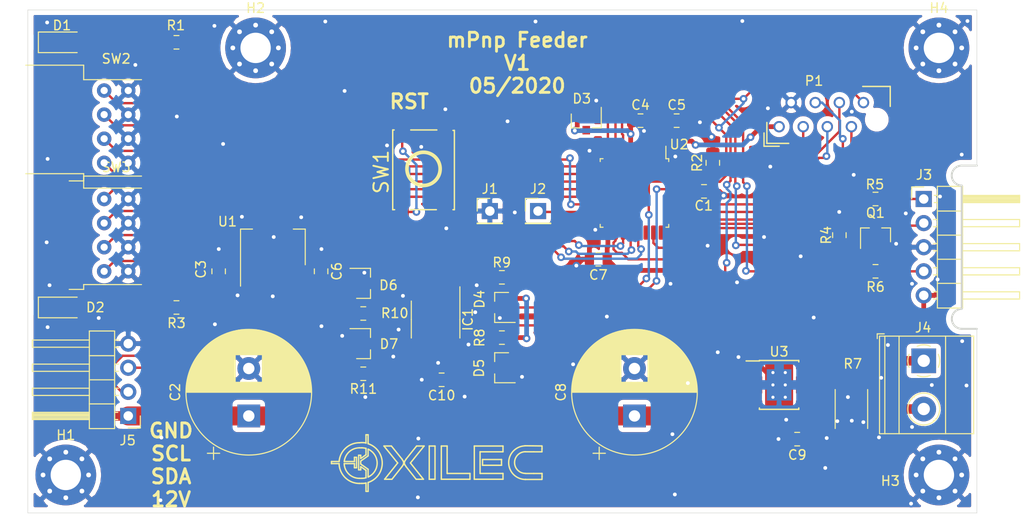
<source format=kicad_pcb>
(kicad_pcb (version 20171130) (host pcbnew "(5.1.4)-1")
  (layers (0 F.Cu signal) (31 B.Cu signal) (34 B.Paste user) (35 F.Paste user) (36 B.SilkS user) (37 F.SilkS user) (38 B.Mask user) (39 F.Mask user) (44 Edge.Cuts user))
  (net 0 "")
  (net 1 GND)
  (net 2 /NRST)
  (net 3 +12V)
  (net 4 +3.3V)
  (net 5 "Net-(D1-Pad2)")
  (net 6 "Net-(D2-Pad2)")
  (net 7 /TIM15_CH1)
  (net 8 /SDA)
  (net 9 /SCL)
  (net 10 "Net-(D6-Pad3)")
  (net 11 "Net-(D7-Pad3)")
  (net 12 "Net-(J2-Pad1)")
  (net 13 "Net-(J3-Pad1)")
  (net 14 "Net-(J3-Pad2)")
  (net 15 "Net-(J3-Pad4)")
  (net 16 "Net-(J4-Pad1)")
  (net 17 "Net-(J4-Pad2)")
  (net 18 /TRST)
  (net 19 /TCK_SWCLK)
  (net 20 /TDI)
  (net 21 /TDO_SWO)
  (net 22 /TMS_SWDIO)
  (net 23 /LEDIR_M)
  (net 24 "Net-(R1-Pad1)")
  (net 25 "Net-(R2-Pad1)")
  (net 26 "Net-(R7-Pad1)")
  (net 27 /ADR0)
  (net 28 /ADR1)
  (net 29 /ADR2)
  (net 30 /ADR3)
  (net 31 "Net-(SW3-Pad4)")
  (net 32 "Net-(SW3-Pad3)")
  (net 33 "Net-(SW3-Pad2)")
  (net 34 /ADR4)
  (net 35 "Net-(U2-Pad2)")
  (net 36 "Net-(U2-Pad3)")
  (net 37 /DC2)
  (net 38 /DC1)
  (net 39 "Net-(U2-Pad22)")
  (net 40 "Net-(U2-Pad28)")
  (module Capacitor_SMD:C_0805_2012Metric (layer F.Cu) (at 133.847201 116.6664)
    (fp_text reference C1 (at -0.0256 1.5084) (layer F.SilkS))
    (fp_text value 100nF)
    (pad 1 smd roundrect (at -0.9375 0) (size 0.975 1.4) (layers F.Cu F.Paste F.Mask) (net 2 /NRST))
    (pad 2 smd roundrect (at 0.9375 0) (size 0.975 1.4) (layers F.Cu F.Paste F.Mask) (net 1 GND))
  )
  (module Capacitor_THT:CP_Radial_D13.0mm_P5.00mm (layer F.Cu) (at 85.88 140.33 90)
    (fp_text reference C2 (at 2.5 -7.75 90) (layer F.SilkS))
    (fp_text value "470uF 50V")
    (pad 2 thru_hole circle (at 5 0 90) (size 2.4 2.4) (drill 1.2) (layers *.Cu *.Mask) (net 1 GND))
    (pad 1 thru_hole rect (at 0 0 90) (size 2.4 2.4) (drill 1.2) (layers *.Cu *.Mask) (net 3 +12V))
  )
  (module Capacitor_SMD:C_0805_2012Metric (layer F.Cu) (at 82.705 125.09 270)
    (fp_text reference C3 (at -0.2096 1.867799 90) (layer F.SilkS))
    (fp_text value "330n 25V")
    (pad 2 smd roundrect (at 0.9375 0 270) (size 0.975 1.4) (layers F.Cu F.Paste F.Mask) (net 3 +12V))
    (pad 1 smd roundrect (at -0.9375 0 270) (size 0.975 1.4) (layers F.Cu F.Paste F.Mask) (net 1 GND))
  )
  (module Capacitor_SMD:C_0805_2012Metric (layer F.Cu) (at 127.155 109.215)
    (fp_text reference C4 (at 0 -1.65) (layer F.SilkS))
    (fp_text value 100nF)
    (pad 2 smd roundrect (at 0.9375 0) (size 0.975 1.4) (layers F.Cu F.Paste F.Mask) (net 1 GND))
    (pad 1 smd roundrect (at -0.9375 0) (size 0.975 1.4) (layers F.Cu F.Paste F.Mask) (net 4 +3.3V))
  )
  (module Capacitor_SMD:C_0805_2012Metric (layer F.Cu) (at 130.965 109.215)
    (fp_text reference C5 (at 0 -1.65) (layer F.SilkS))
    (fp_text value 100nF)
    (pad 1 smd roundrect (at -0.9375 0) (size 0.975 1.4) (layers F.Cu F.Paste F.Mask) (net 4 +3.3V))
    (pad 2 smd roundrect (at 0.9375 0) (size 0.975 1.4) (layers F.Cu F.Paste F.Mask) (net 1 GND))
  )
  (module Capacitor_SMD:C_0805_2012Metric (layer F.Cu) (at 93.5 125.09 270)
    (fp_text reference C6 (at 0 -1.65 90) (layer F.SilkS))
    (fp_text value "330n 25V")
    (pad 2 smd roundrect (at 0.9375 0 270) (size 0.975 1.4) (layers F.Cu F.Paste F.Mask) (net 4 +3.3V))
    (pad 1 smd roundrect (at -0.9375 0 270) (size 0.975 1.4) (layers F.Cu F.Paste F.Mask) (net 1 GND))
  )
  (module Capacitor_SMD:C_0805_2012Metric (layer F.Cu) (at 122.71 123.82 180)
    (fp_text reference C7 (at 0 -1.65) (layer F.SilkS))
    (fp_text value "4.7uF 25V")
    (pad 2 smd roundrect (at 0.9375 0 180) (size 0.975 1.4) (layers F.Cu F.Paste F.Mask) (net 1 GND))
    (pad 1 smd roundrect (at -0.9375 0 180) (size 0.975 1.4) (layers F.Cu F.Paste F.Mask) (net 4 +3.3V))
  )
  (module Capacitor_THT:CP_Radial_D13.0mm_P5.00mm (layer F.Cu) (at 126.52 140.33 90)
    (fp_text reference C8 (at 2.5 -7.75 90) (layer F.SilkS))
    (fp_text value "470uF 50V")
    (pad 1 thru_hole rect (at 0 0 90) (size 2.4 2.4) (drill 1.2) (layers *.Cu *.Mask) (net 3 +12V))
    (pad 2 thru_hole circle (at 5 0 90) (size 2.4 2.4) (drill 1.2) (layers *.Cu *.Mask) (net 1 GND))
  )
  (module Capacitor_SMD:C_0805_2012Metric (layer F.Cu) (at 143.665 142.775 180)
    (fp_text reference C9 (at -0.011801 -1.6634) (layer F.SilkS))
    (fp_text value 100nF)
    (pad 1 smd roundrect (at -0.9375 0 180) (size 0.975 1.4) (layers F.Cu F.Paste F.Mask) (net 3 +12V))
    (pad 2 smd roundrect (at 0.9375 0 180) (size 0.975 1.4) (layers F.Cu F.Paste F.Mask) (net 1 GND))
  )
  (module Capacitor_SMD:C_0805_2012Metric (layer F.Cu) (at 106.2 136.52 180)
    (fp_text reference C10 (at 0 -1.65) (layer F.SilkS))
    (fp_text value 100nF)
    (pad 1 smd roundrect (at -0.9375 0 180) (size 0.975 1.4) (layers F.Cu F.Paste F.Mask) (net 3 +12V))
    (pad 2 smd roundrect (at 0.9375 0 180) (size 0.975 1.4) (layers F.Cu F.Paste F.Mask) (net 1 GND))
  )
  (module LED_SMD:LED_1206_3216Metric_Castellated (layer F.Cu) (at 66.195 100.96)
    (fp_text reference D1 (at 0 -1.78) (layer F.SilkS))
    (fp_text value LED)
    (pad 2 smd roundrect (at 1.425 0) (size 1.6 1.65) (layers F.Cu F.Paste F.Mask) (roundrect_rratio 0.15625) (net 5 "Net-(D1-Pad2)"))
    (pad 1 smd roundrect (at -1.425 0) (size 1.6 1.65) (layers F.Cu F.Paste F.Mask) (roundrect_rratio 0.15625) (net 1 GND))
  )
  (module LED_SMD:LED_1206_3216Metric_Castellated (layer F.Cu) (at 66.195 128.9)
    (fp_text reference D2 (at 3.517001 -0.0064) (layer F.SilkS))
    (fp_text value LED)
    (pad 1 smd roundrect (at -1.425 0) (size 1.6 1.65) (layers F.Cu F.Paste F.Mask) (roundrect_rratio 0.15625) (net 1 GND))
    (pad 2 smd roundrect (at 1.425 0) (size 1.6 1.65) (layers F.Cu F.Paste F.Mask) (roundrect_rratio 0.15625) (net 6 "Net-(D2-Pad2)"))
  )
  (module Package_TO_SOT_SMD:SOT-23 (layer F.Cu) (at 121.44 109.215 270)
    (fp_text reference D3 (at -2.3178 0.470799 180) (layer F.SilkS))
    (fp_text value BAT54S)
    (pad 3 smd rect (at 1 0 270) (size 0.9 0.8) (layers F.Cu F.Paste F.Mask) (net 7 /TIM15_CH1))
    (pad 2 smd rect (at -1 0.95 270) (size 0.9 0.8) (layers F.Cu F.Paste F.Mask) (net 4 +3.3V))
    (pad 1 smd rect (at -1 -0.95 270) (size 0.9 0.8) (layers F.Cu F.Paste F.Mask) (net 1 GND))
  )
  (module Package_TO_SOT_SMD:SOT-23 (layer F.Cu) (at 112.55 128.9 180)
    (fp_text reference D4 (at 2.350399 0.87 90) (layer F.SilkS))
    (fp_text value BAT54S)
    (pad 3 smd rect (at 1 0 180) (size 0.9 0.8) (layers F.Cu F.Paste F.Mask) (net 8 /SDA))
    (pad 2 smd rect (at -1 0.95 180) (size 0.9 0.8) (layers F.Cu F.Paste F.Mask) (net 4 +3.3V))
    (pad 1 smd rect (at -1 -0.95 180) (size 0.9 0.8) (layers F.Cu F.Paste F.Mask) (net 1 GND))
  )
  (module Package_TO_SOT_SMD:SOT-23 (layer F.Cu) (at 112.55 135.25 180)
    (fp_text reference D5 (at 2.401199 -0.0444 90) (layer F.SilkS))
    (fp_text value BAT54S)
    (pad 1 smd rect (at -1 -0.95 180) (size 0.9 0.8) (layers F.Cu F.Paste F.Mask) (net 1 GND))
    (pad 2 smd rect (at -1 0.95 180) (size 0.9 0.8) (layers F.Cu F.Paste F.Mask) (net 4 +3.3V))
    (pad 3 smd rect (at 1 0 180) (size 0.9 0.8) (layers F.Cu F.Paste F.Mask) (net 9 /SCL))
  )
  (module Package_TO_SOT_SMD:SOT-23 (layer F.Cu) (at 97.945 126.36)
    (fp_text reference D6 (at 2.653401 0.1968) (layer F.SilkS))
    (fp_text value BAT54S)
    (pad 1 smd rect (at -1 -0.95) (size 0.9 0.8) (layers F.Cu F.Paste F.Mask) (net 1 GND))
    (pad 2 smd rect (at -1 0.95) (size 0.9 0.8) (layers F.Cu F.Paste F.Mask) (net 3 +12V))
    (pad 3 smd rect (at 1 0) (size 0.9 0.8) (layers F.Cu F.Paste F.Mask) (net 10 "Net-(D6-Pad3)"))
  )
  (module Package_TO_SOT_SMD:SOT-23 (layer F.Cu) (at 97.945 132.71)
    (fp_text reference D7 (at 2.704201 0.0444) (layer F.SilkS))
    (fp_text value BAT54S)
    (pad 1 smd rect (at -1 -0.95) (size 0.9 0.8) (layers F.Cu F.Paste F.Mask) (net 1 GND))
    (pad 2 smd rect (at -1 0.95) (size 0.9 0.8) (layers F.Cu F.Paste F.Mask) (net 3 +12V))
    (pad 3 smd rect (at 1 0) (size 0.9 0.8) (layers F.Cu F.Paste F.Mask) (net 11 "Net-(D7-Pad3)"))
  )
  (module MountingHole:MountingHole_3.2mm_M3_Pad_Via (layer F.Cu) (at 66.600001 146.55)
    (fp_text reference H1 (at 0 -4.2) (layer F.SilkS))
    (fp_text value MountingHole_Pad)
    (pad 1 thru_hole circle (at 1.697056 -1.697056) (size 0.8 0.8) (drill 0.5) (layers *.Cu *.Mask) (net 1 GND))
    (pad 1 thru_hole circle (at 0 -2.4) (size 0.8 0.8) (drill 0.5) (layers *.Cu *.Mask) (net 1 GND))
    (pad 1 thru_hole circle (at -1.697056 -1.697056) (size 0.8 0.8) (drill 0.5) (layers *.Cu *.Mask) (net 1 GND))
    (pad 1 thru_hole circle (at -2.4 0) (size 0.8 0.8) (drill 0.5) (layers *.Cu *.Mask) (net 1 GND))
    (pad 1 thru_hole circle (at -1.697056 1.697056) (size 0.8 0.8) (drill 0.5) (layers *.Cu *.Mask) (net 1 GND))
    (pad 1 thru_hole circle (at 0 2.4) (size 0.8 0.8) (drill 0.5) (layers *.Cu *.Mask) (net 1 GND))
    (pad 1 thru_hole circle (at 1.697056 1.697056) (size 0.8 0.8) (drill 0.5) (layers *.Cu *.Mask) (net 1 GND))
    (pad 1 thru_hole circle (at 2.4 0) (size 0.8 0.8) (drill 0.5) (layers *.Cu *.Mask) (net 1 GND))
    (pad 1 thru_hole circle (at 0 0) (size 6.4 6.4) (drill 3.2) (layers *.Cu *.Mask) (net 1 GND))
  )
  (module MountingHole:MountingHole_3.2mm_M3_Pad_Via (layer F.Cu) (at 86.600001 101.55)
    (fp_text reference H2 (at 0 -4.2) (layer F.SilkS))
    (fp_text value MountingHole_Pad)
    (pad 1 thru_hole circle (at 0 0) (size 6.4 6.4) (drill 3.2) (layers *.Cu *.Mask) (net 1 GND))
    (pad 1 thru_hole circle (at 2.4 0) (size 0.8 0.8) (drill 0.5) (layers *.Cu *.Mask) (net 1 GND))
    (pad 1 thru_hole circle (at 1.697056 1.697056) (size 0.8 0.8) (drill 0.5) (layers *.Cu *.Mask) (net 1 GND))
    (pad 1 thru_hole circle (at 0 2.4) (size 0.8 0.8) (drill 0.5) (layers *.Cu *.Mask) (net 1 GND))
    (pad 1 thru_hole circle (at -1.697056 1.697056) (size 0.8 0.8) (drill 0.5) (layers *.Cu *.Mask) (net 1 GND))
    (pad 1 thru_hole circle (at -2.4 0) (size 0.8 0.8) (drill 0.5) (layers *.Cu *.Mask) (net 1 GND))
    (pad 1 thru_hole circle (at -1.697056 -1.697056) (size 0.8 0.8) (drill 0.5) (layers *.Cu *.Mask) (net 1 GND))
    (pad 1 thru_hole circle (at 0 -2.4) (size 0.8 0.8) (drill 0.5) (layers *.Cu *.Mask) (net 1 GND))
    (pad 1 thru_hole circle (at 1.697056 -1.697056) (size 0.8 0.8) (drill 0.5) (layers *.Cu *.Mask) (net 1 GND))
  )
  (module MountingHole:MountingHole_3.2mm_M3_Pad_Via (layer F.Cu) (at 158.600001 146.55)
    (fp_text reference H3 (at -5.1188 0.6316) (layer F.SilkS))
    (fp_text value MountingHole_Pad)
    (pad 1 thru_hole circle (at 1.697056 -1.697056) (size 0.8 0.8) (drill 0.5) (layers *.Cu *.Mask) (net 1 GND))
    (pad 1 thru_hole circle (at 0 -2.4) (size 0.8 0.8) (drill 0.5) (layers *.Cu *.Mask) (net 1 GND))
    (pad 1 thru_hole circle (at -1.697056 -1.697056) (size 0.8 0.8) (drill 0.5) (layers *.Cu *.Mask) (net 1 GND))
    (pad 1 thru_hole circle (at -2.4 0) (size 0.8 0.8) (drill 0.5) (layers *.Cu *.Mask) (net 1 GND))
    (pad 1 thru_hole circle (at -1.697056 1.697056) (size 0.8 0.8) (drill 0.5) (layers *.Cu *.Mask) (net 1 GND))
    (pad 1 thru_hole circle (at 0 2.4) (size 0.8 0.8) (drill 0.5) (layers *.Cu *.Mask) (net 1 GND))
    (pad 1 thru_hole circle (at 1.697056 1.697056) (size 0.8 0.8) (drill 0.5) (layers *.Cu *.Mask) (net 1 GND))
    (pad 1 thru_hole circle (at 2.4 0) (size 0.8 0.8) (drill 0.5) (layers *.Cu *.Mask) (net 1 GND))
    (pad 1 thru_hole circle (at 0 0) (size 6.4 6.4) (drill 3.2) (layers *.Cu *.Mask) (net 1 GND))
  )
  (module MountingHole:MountingHole_3.2mm_M3_Pad_Via (layer F.Cu) (at 158.600001 101.55)
    (fp_text reference H4 (at 0 -4.2) (layer F.SilkS))
    (fp_text value MountingHole_Pad)
    (pad 1 thru_hole circle (at 0 0) (size 6.4 6.4) (drill 3.2) (layers *.Cu *.Mask) (net 1 GND))
    (pad 1 thru_hole circle (at 2.4 0) (size 0.8 0.8) (drill 0.5) (layers *.Cu *.Mask) (net 1 GND))
    (pad 1 thru_hole circle (at 1.697056 1.697056) (size 0.8 0.8) (drill 0.5) (layers *.Cu *.Mask) (net 1 GND))
    (pad 1 thru_hole circle (at 0 2.4) (size 0.8 0.8) (drill 0.5) (layers *.Cu *.Mask) (net 1 GND))
    (pad 1 thru_hole circle (at -1.697056 1.697056) (size 0.8 0.8) (drill 0.5) (layers *.Cu *.Mask) (net 1 GND))
    (pad 1 thru_hole circle (at -2.4 0) (size 0.8 0.8) (drill 0.5) (layers *.Cu *.Mask) (net 1 GND))
    (pad 1 thru_hole circle (at -1.697056 -1.697056) (size 0.8 0.8) (drill 0.5) (layers *.Cu *.Mask) (net 1 GND))
    (pad 1 thru_hole circle (at 0 -2.4) (size 0.8 0.8) (drill 0.5) (layers *.Cu *.Mask) (net 1 GND))
    (pad 1 thru_hole circle (at 1.697056 -1.697056) (size 0.8 0.8) (drill 0.5) (layers *.Cu *.Mask) (net 1 GND))
  )
  (module Package_SO:SOIC-8_3.9x4.9mm_P1.27mm (layer F.Cu) (at 105.565 130.17 270)
    (fp_text reference IC1 (at 0 -3.4 90) (layer F.SilkS))
    (fp_text value PCA9600)
    (pad 1 smd roundrect (at -2.475 -1.905 270) (size 1.95 0.6) (layers F.Cu F.Paste F.Mask) (net 8 /SDA))
    (pad 2 smd roundrect (at -2.475 -0.635 270) (size 1.95 0.6) (layers F.Cu F.Paste F.Mask) (net 10 "Net-(D6-Pad3)"))
    (pad 3 smd roundrect (at -2.475 0.635 270) (size 1.95 0.6) (layers F.Cu F.Paste F.Mask) (net 10 "Net-(D6-Pad3)"))
    (pad 4 smd roundrect (at -2.475 1.905 270) (size 1.95 0.6) (layers F.Cu F.Paste F.Mask) (net 1 GND))
    (pad 5 smd roundrect (at 2.475 1.905 270) (size 1.95 0.6) (layers F.Cu F.Paste F.Mask) (net 11 "Net-(D7-Pad3)"))
    (pad 6 smd roundrect (at 2.475 0.635 270) (size 1.95 0.6) (layers F.Cu F.Paste F.Mask) (net 11 "Net-(D7-Pad3)"))
    (pad 7 smd roundrect (at 2.475 -0.635 270) (size 1.95 0.6) (layers F.Cu F.Paste F.Mask) (net 9 /SCL))
    (pad 8 smd roundrect (at 2.475 -1.905 270) (size 1.95 0.6) (layers F.Cu F.Paste F.Mask) (net 3 +12V))
  )
  (module Connector_PinHeader_2.54mm:PinHeader_1x01_P2.54mm_Vertical (layer F.Cu) (at 111.28 118.74)
    (fp_text reference J1 (at 0 -2.33) (layer F.SilkS))
    (fp_text value Conn_01x01)
    (pad 1 thru_hole rect (at 0 0) (size 1.7 1.7) (drill 1) (layers *.Cu *.Mask) (net 1 GND))
  )
  (module Connector_PinHeader_2.54mm:PinHeader_1x01_P2.54mm_Vertical (layer F.Cu) (at 116.36 118.74)
    (fp_text reference J2 (at 0 -2.33) (layer F.SilkS))
    (fp_text value Conn_01x01)
    (pad 1 thru_hole rect (at 0 0) (size 1.7 1.7) (drill 1) (layers *.Cu *.Mask) (net 12 "Net-(J2-Pad1)"))
  )
  (module TerminalBlock_Phoenix:TerminalBlock_Phoenix_MKDS-1,5-2-5.08_1x02_P5.08mm_Horizontal (layer F.Cu) (at 157 134.52 270)
    (fp_text reference J4 (at -3.4928 0.064399 180) (layer F.SilkS))
    (fp_text value Born2)
    (pad 1 thru_hole rect (at 0 0 270) (size 2.6 2.6) (drill 1.3) (layers *.Cu *.Mask) (net 16 "Net-(J4-Pad1)"))
    (pad 2 thru_hole circle (at 5.08 0 270) (size 2.6 2.6) (drill 1.3) (layers *.Cu *.Mask) (net 17 "Net-(J4-Pad2)"))
  )
  (module MyLibKicad:8Micro-MaTch (layer F.Cu) (at 145.57 107.31)
    (fp_text reference P1 (at -0.127 -2.286) (layer F.SilkS))
    (fp_text value CONN_4X2 hide)
    (pad 1 thru_hole circle (at -3.81 2.54) (size 1.2 1.2) (drill 0.8) (layers *.Cu *.Mask) (net 4 +3.3V))
    (pad 2 thru_hole circle (at -2.54 0) (size 1.2 1.2) (drill 0.8) (layers *.Cu *.Mask) (net 1 GND))
    (pad 3 thru_hole circle (at -1.27 2.54) (size 1.2 1.2) (drill 0.8) (layers *.Cu *.Mask) (net 18 /TRST))
    (pad 4 thru_hole circle (at 0 0) (size 1.2 1.2) (drill 0.8) (layers *.Cu *.Mask) (net 19 /TCK_SWCLK))
    (pad 5 thru_hole circle (at 1.27 2.54) (size 1.2 1.2) (drill 0.8) (layers *.Cu *.Mask) (net 20 /TDI))
    (pad 6 thru_hole circle (at 2.54 0) (size 1.2 1.2) (drill 0.8) (layers *.Cu *.Mask) (net 21 /TDO_SWO))
    (pad 7 thru_hole circle (at 3.81 2.54) (size 1.2 1.2) (drill 0.8) (layers *.Cu *.Mask) (net 22 /TMS_SWDIO))
    (pad 8 thru_hole circle (at 5.08 0) (size 1.2 1.2) (drill 0.8) (layers *.Cu *.Mask) (net 2 /NRST))
    (pad "" np_thru_hole circle (at 6.48 1.8) (size 1.5 1.5) (drill 1.5) (layers *.Cu *.Mask))
  )
  (module Package_TO_SOT_SMD:SOT-23 (layer F.Cu) (at 151.92 121.28 90)
    (fp_text reference Q1 (at 2.3432 -0.013599 180) (layer F.SilkS))
    (fp_text value BSS138)
    (pad 3 smd rect (at 1 0 90) (size 0.9 0.8) (layers F.Cu F.Paste F.Mask) (net 14 "Net-(J3-Pad2)"))
    (pad 2 smd rect (at -1 0.95 90) (size 0.9 0.8) (layers F.Cu F.Paste F.Mask) (net 1 GND))
    (pad 1 smd rect (at -1 -0.95 90) (size 0.9 0.8) (layers F.Cu F.Paste F.Mask) (net 23 /LEDIR_M))
  )
  (module Resistor_SMD:R_0805_2012Metric_Pad1.15x1.40mm_HandSolder (layer F.Cu) (at 78.26 100.96 180)
    (fp_text reference R1 (at 0.064399 1.7844) (layer F.SilkS))
    (fp_text value 1K)
    (pad 1 smd roundrect (at -1.025 0 180) (size 1.15 1.4) (layers F.Cu F.Paste F.Mask) (roundrect_rratio 0.217391) (net 24 "Net-(R1-Pad1)"))
    (pad 2 smd roundrect (at 1.025 0 180) (size 1.15 1.4) (layers F.Cu F.Paste F.Mask) (roundrect_rratio 0.217391) (net 5 "Net-(D1-Pad2)"))
  )
  (module Resistor_SMD:R_0805_2012Metric_Pad1.15x1.40mm_HandSolder (layer F.Cu) (at 134.775 113.66 90)
    (fp_text reference R2 (at 0 -1.65 90) (layer F.SilkS))
    (fp_text value 100K)
    (pad 2 smd roundrect (at 1.025 0 90) (size 1.15 1.4) (layers F.Cu F.Paste F.Mask) (roundrect_rratio 0.217391) (net 1 GND))
    (pad 1 smd roundrect (at -1.025 0 90) (size 1.15 1.4) (layers F.Cu F.Paste F.Mask) (roundrect_rratio 0.217391) (net 25 "Net-(R2-Pad1)"))
  )
  (module Resistor_SMD:R_0805_2012Metric_Pad1.15x1.40mm_HandSolder (layer F.Cu) (at 78.26 128.9 180)
    (fp_text reference R3 (at 0 -1.65) (layer F.SilkS))
    (fp_text value 1K)
    (pad 2 smd roundrect (at 1.025 0 180) (size 1.15 1.4) (layers F.Cu F.Paste F.Mask) (roundrect_rratio 0.217391) (net 6 "Net-(D2-Pad2)"))
    (pad 1 smd roundrect (at -1.025 0 180) (size 1.15 1.4) (layers F.Cu F.Paste F.Mask) (roundrect_rratio 0.217391) (net 3 +12V))
  )
  (module Resistor_SMD:R_0805_2012Metric_Pad1.15x1.40mm_HandSolder (layer F.Cu) (at 148.11 121.28 270)
    (fp_text reference R4 (at 0 1.385199 90) (layer F.SilkS))
    (fp_text value 100K)
    (pad 1 smd roundrect (at -1.025 0 270) (size 1.15 1.4) (layers F.Cu F.Paste F.Mask) (roundrect_rratio 0.217391) (net 1 GND))
    (pad 2 smd roundrect (at 1.025 0 270) (size 1.15 1.4) (layers F.Cu F.Paste F.Mask) (roundrect_rratio 0.217391) (net 23 /LEDIR_M))
  )
  (module Resistor_SMD:R_0805_2012Metric_Pad1.15x1.40mm_HandSolder (layer F.Cu) (at 151.92 117.47 180)
    (fp_text reference R5 (at 0.064399 1.5304) (layer F.SilkS))
    (fp_text value 1K)
    (pad 2 smd roundrect (at 1.025 0 180) (size 1.15 1.4) (layers F.Cu F.Paste F.Mask) (roundrect_rratio 0.217391) (net 3 +12V))
    (pad 1 smd roundrect (at -1.025 0 180) (size 1.15 1.4) (layers F.Cu F.Paste F.Mask) (roundrect_rratio 0.217391) (net 13 "Net-(J3-Pad1)"))
  )
  (module Resistor_SMD:R_0805_2012Metric_Pad1.15x1.40mm_HandSolder (layer F.Cu) (at 151.92 125.09 180)
    (fp_text reference R6 (at 0 -1.65) (layer F.SilkS))
    (fp_text value 10k)
    (pad 2 smd roundrect (at 1.025 0 180) (size 1.15 1.4) (layers F.Cu F.Paste F.Mask) (roundrect_rratio 0.217391) (net 7 /TIM15_CH1))
    (pad 1 smd roundrect (at -1.025 0 180) (size 1.15 1.4) (layers F.Cu F.Paste F.Mask) (roundrect_rratio 0.217391) (net 15 "Net-(J3-Pad4)"))
  )
  (module Resistor_SMD:R_2512_6332Metric_Pad1.52x3.35mm_HandSolder (layer F.Cu) (at 149.38 139.6 270)
    (fp_text reference R7 (at -4.7628 -0.138801 180) (layer F.SilkS))
    (fp_text value 0R)
    (pad 1 smd roundrect (at -2.9875 0 270) (size 1.525 3.35) (layers F.Cu F.Paste F.Mask) (roundrect_rratio 0.163934) (net 26 "Net-(R7-Pad1)"))
    (pad 2 smd roundrect (at 2.9875 0 270) (size 1.525 3.35) (layers F.Cu F.Paste F.Mask) (roundrect_rratio 0.163934) (net 1 GND))
  )
  (module Resistor_SMD:R_0805_2012Metric_Pad1.15x1.40mm_HandSolder (layer F.Cu) (at 112.55 132.075 180)
    (fp_text reference R8 (at 2.350399 -0.019 270) (layer F.SilkS))
    (fp_text value 1K)
    (pad 1 smd roundrect (at -1.025 0 180) (size 1.15 1.4) (layers F.Cu F.Paste F.Mask) (roundrect_rratio 0.217391) (net 4 +3.3V))
    (pad 2 smd roundrect (at 1.025 0 180) (size 1.15 1.4) (layers F.Cu F.Paste F.Mask) (roundrect_rratio 0.217391) (net 9 /SCL))
  )
  (module Resistor_SMD:R_0805_2012Metric_Pad1.15x1.40mm_HandSolder (layer F.Cu) (at 112.55 125.725 180)
    (fp_text reference R9 (at 0.013599 1.5558) (layer F.SilkS))
    (fp_text value 1K)
    (pad 1 smd roundrect (at -1.025 0 180) (size 1.15 1.4) (layers F.Cu F.Paste F.Mask) (roundrect_rratio 0.217391) (net 4 +3.3V))
    (pad 2 smd roundrect (at 1.025 0 180) (size 1.15 1.4) (layers F.Cu F.Paste F.Mask) (roundrect_rratio 0.217391) (net 8 /SDA))
  )
  (module Resistor_SMD:R_0805_2012Metric_Pad1.15x1.40mm_HandSolder (layer F.Cu) (at 97.945 129.535)
    (fp_text reference R10 (at 3.313801 -0.0318) (layer F.SilkS))
    (fp_text value 1K)
    (pad 2 smd roundrect (at 1.025 0) (size 1.15 1.4) (layers F.Cu F.Paste F.Mask) (roundrect_rratio 0.217391) (net 10 "Net-(D6-Pad3)"))
    (pad 1 smd roundrect (at -1.025 0) (size 1.15 1.4) (layers F.Cu F.Paste F.Mask) (roundrect_rratio 0.217391) (net 3 +12V))
  )
  (module Resistor_SMD:R_0805_2012Metric_Pad1.15x1.40mm_HandSolder (layer F.Cu) (at 97.945 135.885)
    (fp_text reference R11 (at 0.011801 1.5938) (layer F.SilkS))
    (fp_text value 1K)
    (pad 1 smd roundrect (at -1.025 0) (size 1.15 1.4) (layers F.Cu F.Paste F.Mask) (roundrect_rratio 0.217391) (net 3 +12V))
    (pad 2 smd roundrect (at 1.025 0) (size 1.15 1.4) (layers F.Cu F.Paste F.Mask) (roundrect_rratio 0.217391) (net 11 "Net-(D7-Pad3)"))
  )
  (module MyLibKicad:FSM2JSMA (layer F.Cu) (at 104.295 114.295)
    (fp_text reference SW1 (at -4.458599 0.3238 90) (layer F.SilkS) (effects (font (size 1.524 1.524) (thickness 0.2))))
    (fp_text value SW_Push hide)
    (pad 1 smd rect (at -2.25044 -4.54914) (size 1.39954 2.10058) (layers F.Cu F.Paste F.Mask) (net 2 /NRST))
    (pad 2 smd rect (at 2.25044 -4.54914) (size 1.39954 2.10058) (layers F.Cu F.Paste F.Mask) (net 1 GND))
    (pad 1 smd rect (at -2.25044 4.54914) (size 1.39954 2.10058) (layers F.Cu F.Paste F.Mask) (net 2 /NRST))
    (pad 2 smd rect (at 2.25044 4.54914) (size 1.39954 2.10058) (layers F.Cu F.Paste F.Mask) (net 1 GND))
  )
  (module MyLibKicad:DIPSW_4_COUDE (layer F.Cu) (at 71.91 109.85)
    (fp_text reference SW2 (at 0 -7.156) (layer F.SilkS))
    (fp_text value SW_DIP_x04)
    (pad 1 thru_hole circle (at -1.27 -3.81) (size 1.524 1.524) (drill 0.762) (layers *.Cu *.Mask) (net 27 /ADR0))
    (pad 2 thru_hole circle (at -1.27 -1.27) (size 1.524 1.524) (drill 0.762) (layers *.Cu *.Mask) (net 28 /ADR1))
    (pad 3 thru_hole circle (at -1.27 1.27) (size 1.524 1.524) (drill 0.762) (layers *.Cu *.Mask) (net 29 /ADR2))
    (pad 4 thru_hole circle (at -1.27 3.81) (size 1.524 1.524) (drill 0.762) (layers *.Cu *.Mask) (net 30 /ADR3))
    (pad 5 thru_hole circle (at 1.27 3.81) (size 1.524 1.524) (drill 0.762) (layers *.Cu *.Mask) (net 1 GND))
    (pad 6 thru_hole circle (at 1.27 1.27) (size 1.524 1.524) (drill 0.762) (layers *.Cu *.Mask) (net 1 GND))
    (pad 7 thru_hole circle (at 1.27 -1.27) (size 1.524 1.524) (drill 0.762) (layers *.Cu *.Mask) (net 1 GND))
    (pad 8 thru_hole circle (at 1.27 -3.81) (size 1.524 1.524) (drill 0.762) (layers *.Cu *.Mask) (net 1 GND))
  )
  (module MyLibKicad:DIPSW_4_COUDE (layer F.Cu) (at 71.91 121.28)
    (fp_text reference SW3 (at 0 -7.156) (layer F.SilkS))
    (fp_text value SW_DIP_x04)
    (pad 8 thru_hole circle (at 1.27 -3.81) (size 1.524 1.524) (drill 0.762) (layers *.Cu *.Mask) (net 1 GND))
    (pad 7 thru_hole circle (at 1.27 -1.27) (size 1.524 1.524) (drill 0.762) (layers *.Cu *.Mask) (net 1 GND))
    (pad 6 thru_hole circle (at 1.27 1.27) (size 1.524 1.524) (drill 0.762) (layers *.Cu *.Mask) (net 1 GND))
    (pad 5 thru_hole circle (at 1.27 3.81) (size 1.524 1.524) (drill 0.762) (layers *.Cu *.Mask) (net 1 GND))
    (pad 4 thru_hole circle (at -1.27 3.81) (size 1.524 1.524) (drill 0.762) (layers *.Cu *.Mask) (net 31 "Net-(SW3-Pad4)"))
    (pad 3 thru_hole circle (at -1.27 1.27) (size 1.524 1.524) (drill 0.762) (layers *.Cu *.Mask) (net 32 "Net-(SW3-Pad3)"))
    (pad 2 thru_hole circle (at -1.27 -1.27) (size 1.524 1.524) (drill 0.762) (layers *.Cu *.Mask) (net 33 "Net-(SW3-Pad2)"))
    (pad 1 thru_hole circle (at -1.27 -3.81) (size 1.524 1.524) (drill 0.762) (layers *.Cu *.Mask) (net 34 /ADR4))
  )
  (module Package_TO_SOT_SMD:SOT-223-3_TabPin2 (layer F.Cu) (at 88.42 122.55 90)
    (fp_text reference U1 (at 2.6988 -4.788799 180) (layer F.SilkS))
    (fp_text value MC33275ST-3.3T3G)
    (pad 2 smd rect (at 3.15 0 90) (size 2 3.8) (layers F.Cu F.Paste F.Mask) (net 1 GND))
    (pad 2 smd rect (at -3.15 0 90) (size 2 1.5) (layers F.Cu F.Paste F.Mask) (net 1 GND))
    (pad 3 smd rect (at -3.15 2.3 90) (size 2 1.5) (layers F.Cu F.Paste F.Mask) (net 4 +3.3V))
    (pad 1 smd rect (at -3.15 -2.3 90) (size 2 1.5) (layers F.Cu F.Paste F.Mask) (net 3 +12V))
  )
  (module Package_QFP:LQFP-32_7x7mm_P0.8mm (layer F.Cu) (at 126.52 116.835 270)
    (fp_text reference U2 (at -5.1118 -4.710801 180) (layer F.SilkS))
    (fp_text value STM32F334K8Tx)
    (pad 1 smd roundrect (at -4.175 -2.8 270) (size 1.5 0.5) (layers F.Cu F.Paste F.Mask) (net 4 +3.3V))
    (pad 2 smd roundrect (at -4.175 -2 270) (size 1.5 0.5) (layers F.Cu F.Paste F.Mask) (net 35 "Net-(U2-Pad2)"))
    (pad 3 smd roundrect (at -4.175 -1.2 270) (size 1.5 0.5) (layers F.Cu F.Paste F.Mask) (net 36 "Net-(U2-Pad3)"))
    (pad 4 smd roundrect (at -4.175 -0.4 270) (size 1.5 0.5) (layers F.Cu F.Paste F.Mask) (net 2 /NRST))
    (pad 5 smd roundrect (at -4.175 0.4 270) (size 1.5 0.5) (layers F.Cu F.Paste F.Mask) (net 4 +3.3V))
    (pad 6 smd roundrect (at -4.175 1.2 270) (size 1.5 0.5) (layers F.Cu F.Paste F.Mask) (net 37 /DC2))
    (pad 7 smd roundrect (at -4.175 2 270) (size 1.5 0.5) (layers F.Cu F.Paste F.Mask) (net 23 /LEDIR_M))
    (pad 8 smd roundrect (at -4.175 2.8 270) (size 1.5 0.5) (layers F.Cu F.Paste F.Mask) (net 7 /TIM15_CH1))
    (pad 9 smd roundrect (at -2.8 4.175 270) (size 0.5 1.5) (layers F.Cu F.Paste F.Mask) (net 27 /ADR0))
    (pad 10 smd roundrect (at -2 4.175 270) (size 0.5 1.5) (layers F.Cu F.Paste F.Mask) (net 28 /ADR1))
    (pad 11 smd roundrect (at -1.2 4.175 270) (size 0.5 1.5) (layers F.Cu F.Paste F.Mask) (net 29 /ADR2))
    (pad 12 smd roundrect (at -0.4 4.175 270) (size 0.5 1.5) (layers F.Cu F.Paste F.Mask) (net 30 /ADR3))
    (pad 13 smd roundrect (at 0.4 4.175 270) (size 0.5 1.5) (layers F.Cu F.Paste F.Mask) (net 34 /ADR4))
    (pad 14 smd roundrect (at 1.2 4.175 270) (size 0.5 1.5) (layers F.Cu F.Paste F.Mask) (net 24 "Net-(R1-Pad1)"))
    (pad 15 smd roundrect (at 2 4.175 270) (size 0.5 1.5) (layers F.Cu F.Paste F.Mask) (net 12 "Net-(J2-Pad1)"))
    (pad 16 smd roundrect (at 2.8 4.175 270) (size 0.5 1.5) (layers F.Cu F.Paste F.Mask) (net 1 GND))
    (pad 17 smd roundrect (at 4.175 2.8 270) (size 1.5 0.5) (layers F.Cu F.Paste F.Mask) (net 4 +3.3V))
    (pad 18 smd roundrect (at 4.175 2 270) (size 1.5 0.5) (layers F.Cu F.Paste F.Mask) (net 38 /DC1))
    (pad 19 smd roundrect (at 4.175 1.2 270) (size 1.5 0.5) (layers F.Cu F.Paste F.Mask) (net 33 "Net-(SW3-Pad2)"))
    (pad 20 smd roundrect (at 4.175 0.4 270) (size 1.5 0.5) (layers F.Cu F.Paste F.Mask) (net 32 "Net-(SW3-Pad3)"))
    (pad 21 smd roundrect (at 4.175 -0.4 270) (size 1.5 0.5) (layers F.Cu F.Paste F.Mask) (net 31 "Net-(SW3-Pad4)"))
    (pad 22 smd roundrect (at 4.175 -1.2 270) (size 1.5 0.5) (layers F.Cu F.Paste F.Mask) (net 39 "Net-(U2-Pad22)"))
    (pad 23 smd roundrect (at 4.175 -2 270) (size 1.5 0.5) (layers F.Cu F.Paste F.Mask) (net 22 /TMS_SWDIO))
    (pad 24 smd roundrect (at 4.175 -2.8 270) (size 1.5 0.5) (layers F.Cu F.Paste F.Mask) (net 19 /TCK_SWCLK))
    (pad 25 smd roundrect (at 2.8 -4.175 270) (size 0.5 1.5) (layers F.Cu F.Paste F.Mask) (net 20 /TDI))
    (pad 26 smd roundrect (at 2 -4.175 270) (size 0.5 1.5) (layers F.Cu F.Paste F.Mask) (net 21 /TDO_SWO))
    (pad 27 smd roundrect (at 1.2 -4.175 270) (size 0.5 1.5) (layers F.Cu F.Paste F.Mask) (net 18 /TRST))
    (pad 28 smd roundrect (at 0.4 -4.175 270) (size 0.5 1.5) (layers F.Cu F.Paste F.Mask) (net 40 "Net-(U2-Pad28)"))
    (pad 29 smd roundrect (at -0.4 -4.175 270) (size 0.5 1.5) (layers F.Cu F.Paste F.Mask) (net 9 /SCL))
    (pad 30 smd roundrect (at -1.2 -4.175 270) (size 0.5 1.5) (layers F.Cu F.Paste F.Mask) (net 8 /SDA))
    (pad 31 smd roundrect (at -2 -4.175 270) (size 0.5 1.5) (layers F.Cu F.Paste F.Mask) (net 25 "Net-(R2-Pad1)"))
    (pad 32 smd roundrect (at -2.8 -4.175 270) (size 0.5 1.5) (layers F.Cu F.Paste F.Mask) (net 1 GND))
  )
  (module Package_SO:Texas_HTSOP-8-1EP_3.9x4.9mm_P1.27mm_EP2.95x4.9mm_Mask2.4x3.1mm_ThermalVias (layer F.Cu) (at 141.76 137.06)
    (fp_text reference U3 (at 0 -3.5) (layer F.SilkS))
    (fp_text value DRV8870DDA)
    (pad 9 smd rect (at 0 0) (size 2.6 3.3) (layers B.Cu) (net 1 GND))
    (pad 1 smd rect (at -2.875 -1.905) (size 2.2 0.5) (layers F.Cu F.Paste F.Mask) (net 1 GND))
    (pad 2 smd rect (at -2.875 -0.635) (size 2.2 0.5) (layers F.Cu F.Paste F.Mask) (net 37 /DC2))
    (pad 3 smd rect (at -2.875 0.635) (size 2.2 0.5) (layers F.Cu F.Paste F.Mask) (net 38 /DC1))
    (pad 4 smd rect (at -2.875 1.905) (size 2.2 0.5) (layers F.Cu F.Paste F.Mask) (net 4 +3.3V))
    (pad 5 smd rect (at 2.875 1.905) (size 2.2 0.5) (layers F.Cu F.Paste F.Mask) (net 3 +12V))
    (pad 6 smd rect (at 2.875 0.635) (size 2.2 0.5) (layers F.Cu F.Paste F.Mask) (net 17 "Net-(J4-Pad2)"))
    (pad 7 smd rect (at 2.875 -0.635) (size 2.2 0.5) (layers F.Cu F.Paste F.Mask) (net 26 "Net-(R7-Pad1)"))
    (pad 8 smd rect (at 2.875 -1.905) (size 2.2 0.5) (layers F.Cu F.Paste F.Mask) (net 16 "Net-(J4-Pad1)"))
    (pad 9 smd rect (at 0 0) (size 2.95 4.9) (layers F.Cu) (net 1 GND))
    (pad 9 thru_hole circle (at -0.65 -1.3) (size 0.63 0.63) (drill 0.33) (layers *.Cu *.Mask) (net 1 GND))
    (pad 9 thru_hole circle (at -0.65 0) (size 0.63 0.63) (drill 0.33) (layers *.Cu *.Mask) (net 1 GND))
    (pad 9 thru_hole circle (at 0.65 0) (size 0.63 0.63) (drill 0.33) (layers *.Cu *.Mask) (net 1 GND))
    (pad 9 thru_hole circle (at 0.65 -1.3) (size 0.63 0.63) (drill 0.33) (layers *.Cu *.Mask) (net 1 GND))
    (pad 9 thru_hole circle (at -0.65 1.3) (size 0.63 0.63) (drill 0.33) (layers *.Cu *.Mask) (net 1 GND))
    (pad 9 thru_hole circle (at 0.65 1.3) (size 0.63 0.63) (drill 0.33) (layers *.Cu *.Mask) (net 1 GND))
  )
  (module Connector_PinHeader_2.54mm:PinHeader_1x05_P2.54mm_Horizontal (layer F.Cu) (at 157 117.47)
    (fp_text reference J3 (at 0.037201 -2.5464) (layer F.SilkS))
    (fp_text value Conn_01x05)
    (pad 1 thru_hole rect (at 0 0) (size 1.7 1.7) (drill 1) (layers *.Cu *.Mask) (net 13 "Net-(J3-Pad1)"))
    (pad 2 thru_hole oval (at 0 2.54) (size 1.7 1.7) (drill 1) (layers *.Cu *.Mask) (net 14 "Net-(J3-Pad2)"))
    (pad 3 thru_hole oval (at 0 5.08) (size 1.7 1.7) (drill 1) (layers *.Cu *.Mask) (net 1 GND))
    (pad 4 thru_hole oval (at 0 7.62) (size 1.7 1.7) (drill 1) (layers *.Cu *.Mask) (net 15 "Net-(J3-Pad4)"))
    (pad 5 thru_hole oval (at 0 10.16) (size 1.7 1.7) (drill 1) (layers *.Cu *.Mask) (net 3 +12V))
  )
  (module Connector_PinHeader_2.54mm:PinHeader_1x04_P2.54mm_Horizontal (layer F.Cu) (at 73.18 140.33 180)
    (fp_text reference J5 (at 0.064399 -2.5844) (layer F.SilkS))
    (fp_text value Conn_01x04)
    (pad 1 thru_hole rect (at 0 0 180) (size 1.7 1.7) (drill 1) (layers *.Cu *.Mask) (net 3 +12V))
    (pad 2 thru_hole oval (at 0 2.54 180) (size 1.7 1.7) (drill 1) (layers *.Cu *.Mask) (net 10 "Net-(D6-Pad3)"))
    (pad 3 thru_hole oval (at 0 5.08 180) (size 1.7 1.7) (drill 1) (layers *.Cu *.Mask) (net 11 "Net-(D7-Pad3)"))
    (pad 4 thru_hole oval (at 0 7.62 180) (size 1.7 1.7) (drill 1) (layers *.Cu *.Mask) (net 1 GND))
  )
  (module MyLibKicad:logo_OXILEC (layer F.Cu) (at 105.170401 145.302)
    (fp_text reference REF** hide)
    (fp_text value logo_OXILEC)
  )
  (gr_text RST (at 102.782801 107.202) (layer F.SilkS) (effects (font (size 1.5 1.5) (thickness 0.3))))
  (gr_text "mPnp Feeder\nV1\n05/2020" (at 114.162001 103.138) (layer F.SilkS) (effects (font (size 1.5 1.5) (thickness 0.3))))
  (gr_text "GND\nSCL\nSDA\n12V" (at 77.687601 145.5052) (layer F.SilkS) (effects (font (size 1.5 1.5) (thickness 0.3))))
  (gr_line (start 162.600001 97.55) (end 162.600001 113.950001) (layer Edge.Cuts) (width 0.05))
  (gr_line (start 62.600001 97.55) (end 162.600001 97.55) (layer Edge.Cuts) (width 0.05))
  (gr_line (start 62.600001 150.55) (end 162.600001 150.55) (layer Edge.Cuts) (width 0.05))
  (gr_line (start 162.600001 150.55) (end 162.600001 131.15) (layer Edge.Cuts) (width 0.05))
  (gr_line (start 162.600001 131.15) (end 161.000001 131.150001) (layer Edge.Cuts) (width 0.2))
  (gr_arc (start 161.000001 130.1) (end 161 129.05) (angle -180) (layer Edge.Cuts) (width 0.2))
  (gr_line (start 161 129.05) (end 161 116.050001) (layer Edge.Cuts) (width 0.2))
  (gr_line (start 62.600001 97.55) (end 62.600001 150.55) (layer Edge.Cuts) (width 0.05))
  (gr_line (start 161 113.95) (end 162.600001 113.950001) (layer Edge.Cuts) (width 0.2))
  (gr_arc (start 161 115) (end 161 113.95) (angle -180) (layer Edge.Cuts) (width 0.2))
  (via (at 64.886001 126.5568) (size 0.8) (drill 0.4) (layers F.Cu B.Cu) (net 1))
  (segment (start 64.77 128.9) (end 64.77 126.672801) (width 0.5) (layer F.Cu) (net 1))
  (segment (start 64.77 126.672801) (end 64.886001 126.5568) (width 0.5) (layer F.Cu) (net 1))
  (via (at 82.716801 122.7468) (size 0.8) (drill 0.4) (layers F.Cu B.Cu) (net 1))
  (segment (start 82.705 124.1525) (end 82.705 122.758601) (width 0.5) (layer F.Cu) (net 1))
  (segment (start 82.705 122.758601) (end 82.716801 122.7468) (width 0.5) (layer F.Cu) (net 1))
  (via (at 88.406401 127.7252) (size 0.8) (drill 0.4) (layers F.Cu B.Cu) (net 1))
  (segment (start 88.42 125.7) (end 88.42 127.711601) (width 0.5) (layer F.Cu) (net 1))
  (segment (start 88.42 127.711601) (end 88.406401 127.7252) (width 0.5) (layer F.Cu) (net 1))
  (via (at 93.537201 122.7468) (size 0.8) (drill 0.4) (layers F.Cu B.Cu) (net 1))
  (segment (start 93.5 124.1525) (end 93.5 122.784001) (width 0.5) (layer F.Cu) (net 1))
  (segment (start 93.5 122.784001) (end 93.537201 122.7468) (width 0.5) (layer F.Cu) (net 1))
  (via (at 88.508001 121.4768) (size 0.8) (drill 0.4) (layers F.Cu B.Cu) (net 1))
  (segment (start 88.42 119.4) (end 88.42 121.388799) (width 0.5) (layer F.Cu) (net 1))
  (segment (start 88.42 121.388799) (end 88.508001 121.4768) (width 0.5) (layer F.Cu) (net 1))
  (via (at 91.403601 119.394) (size 0.8) (drill 0.4) (layers F.Cu B.Cu) (net 1))
  (segment (start 88.42 119.4) (end 91.397601 119.4) (width 0.5) (layer F.Cu) (net 1))
  (segment (start 91.397601 119.4) (end 91.403601 119.394) (width 0.5) (layer F.Cu) (net 1))
  (via (at 85.155201 119.3432) (size 0.8) (drill 0.4) (layers F.Cu B.Cu) (net 1))
  (segment (start 88.42 119.4) (end 85.212001 119.4) (width 0.5) (layer F.Cu) (net 1))
  (segment (start 85.212001 119.4) (end 85.155201 119.3432) (width 0.5) (layer F.Cu) (net 1))
  (via (at 106.694401 120.5624) (size 0.8) (drill 0.4) (layers F.Cu B.Cu) (net 1))
  (segment (start 106.54544 118.84414) (end 106.54544 120.413439) (width 0.5) (layer F.Cu) (net 1))
  (segment (start 106.54544 120.413439) (end 106.694401 120.5624) (width 0.5) (layer F.Cu) (net 1))
  (via (at 106.592801 108.0148) (size 0.8) (drill 0.4) (layers F.Cu B.Cu) (net 1))
  (segment (start 106.54544 109.74586) (end 106.54544 108.062161) (width 0.5) (layer F.Cu) (net 1))
  (segment (start 106.54544 108.062161) (end 106.592801 108.0148) (width 0.5) (layer F.Cu) (net 1))
  (via (at 122.391601 120.7148) (size 0.8) (drill 0.4) (layers F.Cu B.Cu) (net 1))
  (segment (start 122.345 119.635) (end 122.345 120.668199) (width 0.5) (layer F.Cu) (net 1))
  (segment (start 122.345 120.668199) (end 122.391601 120.7148) (width 0.5) (layer F.Cu) (net 1))
  (via (at 130.824401 112.9932) (size 0.8) (drill 0.4) (layers F.Cu B.Cu) (net 1))
  (segment (start 130.695 114.035) (end 130.695 113.122601) (width 0.5) (layer F.Cu) (net 1))
  (segment (start 130.695 113.122601) (end 130.824401 112.9932) (width 0.5) (layer F.Cu) (net 1))
  (via (at 133.415201 109.3864) (size 0.8) (drill 0.4) (layers F.Cu B.Cu) (net 1))
  (segment (start 131.9025 109.215) (end 133.243801 109.215) (width 0.5) (layer F.Cu) (net 1))
  (segment (start 133.243801 109.215) (end 133.415201 109.3864) (width 0.5) (layer F.Cu) (net 1))
  (via (at 127.522401 110.3008) (size 0.8) (drill 0.4) (layers F.Cu B.Cu) (net 1))
  (segment (start 128.0925 109.215) (end 128.0925 109.730701) (width 0.5) (layer F.Cu) (net 1))
  (segment (start 128.0925 109.730701) (end 127.522401 110.3008) (width 0.5) (layer F.Cu) (net 1))
  (via (at 122.493201 107.1004) (size 0.8) (drill 0.4) (layers F.Cu B.Cu) (net 1))
  (segment (start 122.39 108.215) (end 122.39 107.203601) (width 0.5) (layer F.Cu) (net 1))
  (segment (start 122.39 107.203601) (end 122.493201 107.1004) (width 0.5) (layer F.Cu) (net 1))
  (via (at 135.904401 117.108) (size 0.8) (drill 0.4) (layers F.Cu B.Cu) (net 1))
  (segment (start 135.462801 116.6664) (end 135.904401 117.108) (width 0.5) (layer F.Cu) (net 1))
  (segment (start 134.784701 116.6664) (end 135.462801 116.6664) (width 0.5) (layer F.Cu) (net 1))
  (via (at 134.634401 110.92399) (size 0.8) (drill 0.4) (layers F.Cu B.Cu) (net 1))
  (segment (start 134.775 112.635) (end 134.775 111.064589) (width 0.5) (layer F.Cu) (net 1))
  (segment (start 134.775 111.064589) (end 134.634401 110.92399) (width 0.5) (layer F.Cu) (net 1))
  (via (at 148.096401 118.8352) (size 0.8) (drill 0.4) (layers F.Cu B.Cu) (net 1))
  (segment (start 148.11 120.255) (end 148.11 118.848799) (width 0.5) (layer F.Cu) (net 1))
  (segment (start 148.11 118.848799) (end 148.096401 118.8352) (width 0.5) (layer F.Cu) (net 1))
  (via (at 154.090801 122.188) (size 0.8) (drill 0.4) (layers F.Cu B.Cu) (net 1))
  (segment (start 152.87 122.28) (end 153.998801 122.28) (width 0.5) (layer F.Cu) (net 1))
  (segment (start 153.998801 122.28) (end 154.090801 122.188) (width 0.5) (layer F.Cu) (net 1))
  (via (at 149.417201 140.8316) (size 0.8) (drill 0.4) (layers F.Cu B.Cu) (net 1))
  (segment (start 149.38 142.5875) (end 149.38 140.868801) (width 0.5) (layer F.Cu) (net 1))
  (segment (start 149.38 140.868801) (end 149.417201 140.8316) (width 0.5) (layer F.Cu) (net 1))
  (via (at 146.775601 142.6604) (size 0.8) (drill 0.4) (layers F.Cu B.Cu) (net 1))
  (segment (start 149.38 142.5875) (end 146.848501 142.5875) (width 0.5) (layer F.Cu) (net 1))
  (segment (start 146.848501 142.5875) (end 146.775601 142.6604) (width 0.5) (layer F.Cu) (net 1))
  (segment (start 149.38 142.5875) (end 152.284101 142.5875) (width 0.5) (layer F.Cu) (net 1))
  (via (at 152.284101 142.5875) (size 0.8) (drill 0.4) (layers F.Cu B.Cu) (net 1))
  (via (at 147.893201 140.8824) (size 0.8) (drill 0.4) (layers F.Cu B.Cu) (net 1))
  (segment (start 149.38 142.5875) (end 149.38 142.369199) (width 0.5) (layer F.Cu) (net 1))
  (segment (start 149.38 142.369199) (end 147.893201 140.8824) (width 0.5) (layer F.Cu) (net 1))
  (via (at 150.636401 140.984) (size 0.8) (drill 0.4) (layers F.Cu B.Cu) (net 1))
  (segment (start 149.38 142.5875) (end 149.38 142.240401) (width 0.5) (layer F.Cu) (net 1))
  (segment (start 149.38 142.240401) (end 150.636401 140.984) (width 0.5) (layer F.Cu) (net 1))
  (segment (start 139.855 135.155) (end 141.76 137.06) (width 0.5) (layer F.Cu) (net 1))
  (segment (start 138.885 135.155) (end 139.855 135.155) (width 0.5) (layer F.Cu) (net 1))
  (via (at 141.695601 142.762) (size 0.8) (drill 0.4) (layers F.Cu B.Cu) (net 1))
  (segment (start 142.7275 142.775) (end 141.708601 142.775) (width 0.5) (layer F.Cu) (net 1))
  (segment (start 141.708601 142.775) (end 141.695601 142.762) (width 0.5) (layer F.Cu) (net 1))
  (via (at 104.103601 136.5136) (size 0.8) (drill 0.4) (layers F.Cu B.Cu) (net 1))
  (segment (start 105.2625 136.52) (end 104.110001 136.52) (width 0.5) (layer F.Cu) (net 1))
  (segment (start 104.110001 136.52) (end 104.103601 136.5136) (width 0.5) (layer F.Cu) (net 1))
  (via (at 102.122401 127.6744) (size 0.8) (drill 0.4) (layers F.Cu B.Cu) (net 1))
  (segment (start 103.66 127.695) (end 102.143001 127.695) (width 0.5) (layer F.Cu) (net 1))
  (segment (start 102.143001 127.695) (end 102.122401 127.6744) (width 0.5) (layer F.Cu) (net 1))
  (via (at 98.058401 125.236) (size 0.8) (drill 0.4) (layers F.Cu B.Cu) (net 1))
  (segment (start 96.945 125.41) (end 97.884401 125.41) (width 0.5) (layer F.Cu) (net 1))
  (segment (start 97.884401 125.41) (end 98.058401 125.236) (width 0.5) (layer F.Cu) (net 1))
  (via (at 95.721601 131.8908) (size 0.8) (drill 0.4) (layers F.Cu B.Cu) (net 1))
  (segment (start 96.945 131.76) (end 95.852401 131.76) (width 0.5) (layer F.Cu) (net 1))
  (segment (start 95.852401 131.76) (end 95.721601 131.8908) (width 0.5) (layer F.Cu) (net 1))
  (via (at 114.670001 136.2088) (size 0.8) (drill 0.4) (layers F.Cu B.Cu) (net 1))
  (segment (start 113.55 136.2) (end 114.661201 136.2) (width 0.5) (layer F.Cu) (net 1))
  (segment (start 114.661201 136.2) (end 114.670001 136.2088) (width 0.5) (layer F.Cu) (net 1))
  (via (at 112.333201 130.0112) (size 0.8) (drill 0.4) (layers F.Cu B.Cu) (net 1))
  (segment (start 113.55 129.85) (end 112.494401 129.85) (width 0.5) (layer F.Cu) (net 1))
  (segment (start 112.494401 129.85) (end 112.333201 130.0112) (width 0.5) (layer F.Cu) (net 1))
  (segment (start 121.7725 123.82) (end 121.061712 123.82) (width 0.5) (layer F.Cu) (net 1))
  (segment (start 120.793901 124.087811) (end 120.393902 124.48781) (width 0.5) (layer F.Cu) (net 1))
  (segment (start 121.061712 123.82) (end 120.793901 124.087811) (width 0.5) (layer F.Cu) (net 1))
  (via (at 120.393902 124.48781) (size 0.8) (drill 0.4) (layers F.Cu B.Cu) (net 1))
  (via (at 64.632001 98.8708) (size 0.8) (drill 0.4) (layers F.Cu B.Cu) (net 1))
  (segment (start 64.77 100.96) (end 64.77 99.008799) (width 0.5) (layer F.Cu) (net 1))
  (segment (start 64.77 99.008799) (end 64.632001 98.8708) (width 0.5) (layer F.Cu) (net 1))
  (via (at 146.623201 145.81) (size 0.8) (drill 0.4) (layers F.Cu B.Cu) (net 1))
  (via (at 130.519601 142.254) (size 0.8) (drill 0.4) (layers F.Cu B.Cu) (net 1))
  (via (at 103.748001 142.7112) (size 0.8) (drill 0.4) (layers F.Cu B.Cu) (net 1))
  (via (at 155.665601 149.5692) (size 0.8) (drill 0.4) (layers F.Cu B.Cu) (net 1))
  (via (at 161.050401 132.4496) (size 0.8) (drill 0.4) (layers F.Cu B.Cu) (net 1))
  (via (at 161.507601 137.1232) (size 0.8) (drill 0.4) (layers F.Cu B.Cu) (net 1))
  (via (at 149.010801 138.3424) (size 0.8) (drill 0.4) (layers F.Cu B.Cu) (net 1))
  (via (at 152.516001 136.3104) (size 0.8) (drill 0.4) (layers F.Cu B.Cu) (net 1))
  (via (at 157.850001 137.0724) (size 0.8) (drill 0.4) (layers F.Cu B.Cu) (net 1))
  (via (at 155.767201 141.492) (size 0.8) (drill 0.4) (layers F.Cu B.Cu) (net 1))
  (via (at 155.767201 126.4044) (size 0.8) (drill 0.4) (layers F.Cu B.Cu) (net 1))
  (via (at 137.326801 126.252) (size 0.8) (drill 0.4) (layers F.Cu B.Cu) (net 1))
  (via (at 137.479201 134.126) (size 0.8) (drill 0.4) (layers F.Cu B.Cu) (net 1))
  (via (at 145.404001 129.9604) (size 0.8) (drill 0.4) (layers F.Cu B.Cu) (net 1))
  (via (at 153.227201 132.856) (size 0.8) (drill 0.4) (layers F.Cu B.Cu) (net 1))
  (via (at 158.459601 125.9472) (size 0.8) (drill 0.4) (layers F.Cu B.Cu) (net 1))
  (via (at 158.713601 117.2096) (size 0.8) (drill 0.4) (layers F.Cu B.Cu) (net 1))
  (via (at 155.106801 118.9876) (size 0.8) (drill 0.4) (layers F.Cu B.Cu) (net 1))
  (via (at 134.228001 122.3912) (size 0.8) (drill 0.4) (layers F.Cu B.Cu) (net 1))
  (via (at 140.171601 121.4768) (size 0.8) (drill 0.4) (layers F.Cu B.Cu) (net 1))
  (via (at 149.620401 114.9236) (size 0.8) (drill 0.4) (layers F.Cu B.Cu) (net 1))
  (via (at 160.999601 112.79) (size 0.8) (drill 0.4) (layers F.Cu B.Cu) (net 1))
  (via (at 161.609201 98.7184) (size 0.8) (drill 0.4) (layers F.Cu B.Cu) (net 1))
  (via (at 137.885601 98.7184) (size 0.8) (drill 0.4) (layers F.Cu B.Cu) (net 1))
  (via (at 116.092401 98.7692) (size 0.8) (drill 0.4) (layers F.Cu B.Cu) (net 1))
  (via (at 93.943601 98.7692) (size 0.8) (drill 0.4) (layers F.Cu B.Cu) (net 1))
  (via (at 83.174001 111.6724) (size 0.8) (drill 0.4) (layers F.Cu B.Cu) (net 1))
  (via (at 100.446001 111.8248) (size 0.8) (drill 0.4) (layers F.Cu B.Cu) (net 1))
  (via (at 104.052801 111.9772) (size 0.8) (drill 0.4) (layers F.Cu B.Cu) (net 1))
  (via (at 121.782001 112.3836) (size 0.8) (drill 0.4) (layers F.Cu B.Cu) (net 1))
  (via (at 113.908001 118.886) (size 0.8) (drill 0.4) (layers F.Cu B.Cu) (net 1))
  (via (at 130.316401 126.4044) (size 0.8) (drill 0.4) (layers F.Cu B.Cu) (net 1))
  (via (at 142.508401 140.73) (size 0.8) (drill 0.4) (layers F.Cu B.Cu) (net 1))
  (via (at 108.624801 138.2916) (size 0.8) (drill 0.4) (layers F.Cu B.Cu) (net 1))
  (via (at 109.031201 132.8052) (size 0.8) (drill 0.4) (layers F.Cu B.Cu) (net 1))
  (via (at 120.054801 134.888) (size 0.8) (drill 0.4) (layers F.Cu B.Cu) (net 1))
  (via (at 132.145201 136.8692) (size 0.8) (drill 0.4) (layers F.Cu B.Cu) (net 1))
  (via (at 98.160001 138.3424) (size 0.8) (drill 0.4) (layers F.Cu B.Cu) (net 1))
  (via (at 101.106401 134.0752) (size 0.8) (drill 0.4) (layers F.Cu B.Cu) (net 1))
  (via (at 105.830801 134.7356) (size 0.8) (drill 0.4) (layers F.Cu B.Cu) (net 1))
  (via (at 109.742401 129.4016) (size 0.8) (drill 0.4) (layers F.Cu B.Cu) (net 1))
  (via (at 101.665201 131.2304) (size 0.8) (drill 0.4) (layers F.Cu B.Cu) (net 1))
  (via (at 93.537201 130.8748) (size 0.8) (drill 0.4) (layers F.Cu B.Cu) (net 1))
  (via (at 84.698001 127.6236) (size 0.8) (drill 0.4) (layers F.Cu B.Cu) (net 1))
  (via (at 82.310401 130.6716) (size 0.8) (drill 0.4) (layers F.Cu B.Cu) (net 1))
  (via (at 70.067601 130.0112) (size 0.8) (drill 0.4) (layers F.Cu B.Cu) (net 1))
  (via (at 64.682801 130.9764) (size 0.8) (drill 0.4) (layers F.Cu B.Cu) (net 1))
  (via (at 76.671601 142.6096) (size 0.8) (drill 0.4) (layers F.Cu B.Cu) (net 1))
  (via (at 76.570001 149.2136) (size 0.8) (drill 0.4) (layers F.Cu B.Cu) (net 1))
  (via (at 103.697201 148.9088) (size 0.8) (drill 0.4) (layers F.Cu B.Cu) (net 1))
  (via (at 130.773601 148.604) (size 0.8) (drill 0.4) (layers F.Cu B.Cu) (net 1))
  (via (at 64.581201 122.0356) (size 0.8) (drill 0.4) (layers F.Cu B.Cu) (net 1))
  (via (at 64.682801 113.2472) (size 0.8) (drill 0.4) (layers F.Cu B.Cu) (net 1))
  (via (at 78.297201 108.7768) (size 0.8) (drill 0.4) (layers F.Cu B.Cu) (net 1))
  (via (at 73.928401 103.3412) (size 0.8) (drill 0.4) (layers F.Cu B.Cu) (net 1))
  (via (at 82.259601 99.2264) (size 0.8) (drill 0.4) (layers F.Cu B.Cu) (net 1))
  (via (at 95.975601 106.0844) (size 0.8) (drill 0.4) (layers F.Cu B.Cu) (net 1))
  (via (at 113.146001 109.2848) (size 0.8) (drill 0.4) (layers F.Cu B.Cu) (net 1))
  (via (at 109.894801 126.5568) (size 0.8) (drill 0.4) (layers F.Cu B.Cu) (net 1))
  (via (at 123.610801 129.8588) (size 0.8) (drill 0.4) (layers F.Cu B.Cu) (net 1))
  (via (at 144.032401 123.5088) (size 0.8) (drill 0.4) (layers F.Cu B.Cu) (net 1))
  (via (at 140.578001 107.9132) (size 0.8) (drill 0.4) (layers F.Cu B.Cu) (net 1))
  (via (at 140.832001 114.06) (size 0.8) (drill 0.4) (layers F.Cu B.Cu) (net 1))
  (via (at 149.417201 108.2688) (size 0.8) (drill 0.4) (layers F.Cu B.Cu) (net 1))
  (segment (start 141.76 132.61) (end 141.898801 132.471199) (width 2) (layer F.Cu) (net 1))
  (segment (start 141.76 137.06) (end 141.76 131.142399) (width 1) (layer B.Cu) (net 1))
  (segment (start 141.76 137.06) (end 137.111201 137.06) (width 1) (layer B.Cu) (net 1))
  (segment (start 144.06 137.06) (end 144.174 137.174) (width 1) (layer B.Cu) (net 1))
  (segment (start 141.76 137.06) (end 144.06 137.06) (width 1) (layer B.Cu) (net 1))
  (segment (start 141.76 137.06) (end 141.76 140.259201) (width 1) (layer F.Cu) (net 1))
  (segment (start 141.76 137.06) (end 141.76 132.61) (width 1) (layer F.Cu) (net 1))
  (via (at 135.294801 133.618) (size 0.8) (drill 0.4) (layers F.Cu B.Cu) (net 1))
  (segment (start 136.191199 113.320798) (end 136.191199 114.982802) (width 0.25) (layer F.Cu) (net 2))
  (segment (start 136.191199 113.320798) (end 136.191199 114.3804) (width 0.25) (layer F.Cu) (net 2))
  (segment (start 136.191199 110.729998) (end 136.191199 113.320798) (width 0.25) (layer F.Cu) (net 2))
  (segment (start 136.191199 114.982802) (end 135.523601 115.6504) (width 0.25) (layer F.Cu) (net 2))
  (segment (start 135.514591 115.64139) (end 133.043411 115.64139) (width 0.25) (layer F.Cu) (net 2))
  (segment (start 135.523601 115.6504) (end 135.514591 115.64139) (width 0.25) (layer F.Cu) (net 2))
  (segment (start 132.909701 115.7751) (end 132.909701 116.6664) (width 0.25) (layer F.Cu) (net 2))
  (segment (start 133.043411 115.64139) (end 132.909701 115.7751) (width 0.25) (layer F.Cu) (net 2))
  (via (at 135.422001 109.9608) (size 0.8) (drill 0.4) (layers F.Cu B.Cu) (net 2))
  (segment (start 135.422001 109.9608) (end 136.191199 110.729998) (width 0.25) (layer F.Cu) (net 2))
  (via (at 138.012801 106.9128) (size 0.8) (drill 0.4) (layers F.Cu B.Cu) (net 2))
  (segment (start 135.422001 109.9608) (end 138.012801 107.37) (width 0.25) (layer B.Cu) (net 2))
  (segment (start 138.012801 107.37) (end 138.012801 106.9128) (width 0.25) (layer B.Cu) (net 2))
  (segment (start 138.012801 106.9128) (end 138.876401 106.0492) (width 0.25) (layer F.Cu) (net 2))
  (segment (start 149.3892 106.0492) (end 150.65 107.31) (width 0.25) (layer F.Cu) (net 2))
  (segment (start 138.876401 106.0492) (end 149.3892 106.0492) (width 0.25) (layer F.Cu) (net 2))
  (segment (start 138.012801 106.9128) (end 136.275601 106.9128) (width 0.25) (layer F.Cu) (net 2))
  (segment (start 136.275601 106.9128) (end 135.548801 106.186) (width 0.25) (layer F.Cu) (net 2))
  (segment (start 135.548801 106.186) (end 103.646401 106.186) (width 0.25) (layer F.Cu) (net 2))
  (segment (start 102.04456 107.787841) (end 102.04456 109.74586) (width 0.25) (layer F.Cu) (net 2))
  (segment (start 103.646401 106.186) (end 102.04456 107.787841) (width 0.25) (layer F.Cu) (net 2))
  (via (at 102.122401 112.4344) (size 0.8) (drill 0.4) (layers F.Cu B.Cu) (net 2))
  (segment (start 102.04456 109.74586) (end 102.04456 112.356559) (width 0.25) (layer F.Cu) (net 2))
  (segment (start 102.04456 112.356559) (end 102.122401 112.4344) (width 0.25) (layer F.Cu) (net 2))
  (via (at 103.544801 118.8352) (size 0.8) (drill 0.4) (layers F.Cu B.Cu) (net 2))
  (segment (start 102.122401 112.4344) (end 103.544801 113.8568) (width 0.25) (layer B.Cu) (net 2))
  (segment (start 103.544801 113.8568) (end 103.544801 118.8352) (width 0.25) (layer B.Cu) (net 2))
  (segment (start 102.0535 118.8352) (end 102.04456 118.84414) (width 0.25) (layer F.Cu) (net 2))
  (segment (start 103.544801 118.8352) (end 102.0535 118.8352) (width 0.25) (layer F.Cu) (net 2))
  (segment (start 126.92 112.66) (end 126.92 111.976205) (width 0.25) (layer F.Cu) (net 2))
  (segment (start 129.376801 108.0812) (end 133.542401 108.0812) (width 0.25) (layer F.Cu) (net 2))
  (segment (start 135.022002 109.560801) (end 135.422001 109.9608) (width 0.25) (layer F.Cu) (net 2))
  (segment (start 129.072001 108.386) (end 129.376801 108.0812) (width 0.25) (layer F.Cu) (net 2))
  (segment (start 129.072001 109.824204) (end 129.072001 108.386) (width 0.25) (layer F.Cu) (net 2))
  (segment (start 133.542401 108.0812) (end 135.022002 109.560801) (width 0.25) (layer F.Cu) (net 2))
  (segment (start 126.92 111.976205) (end 129.072001 109.824204) (width 0.25) (layer F.Cu) (net 2))
  (segment (start 73.18 140.33) (end 85.88 140.33) (width 2) (layer F.Cu) (net 3))
  (segment (start 85.88 140.33) (end 96.864801 140.33) (width 2) (layer F.Cu) (net 3))
  (segment (start 96.864801 140.33) (end 107.126401 140.33) (width 2) (layer F.Cu) (net 3))
  (segment (start 107.126401 140.33) (end 126.52 140.33) (width 2) (layer F.Cu) (net 3))
  (segment (start 126.52 140.33) (end 131.380001 140.33) (width 2) (layer F.Cu) (net 3))
  (segment (start 144.635 140.515001) (end 144.600001 140.55) (width 1) (layer F.Cu) (net 3))
  (segment (start 144.635 140.515001) (end 144.635 138.965) (width 1) (layer F.Cu) (net 3))
  (segment (start 131.380001 140.33) (end 136.600001 145.55) (width 2) (layer F.Cu) (net 3))
  (segment (start 136.600001 145.55) (end 144.594401 145.55) (width 2) (layer F.Cu) (net 3))
  (segment (start 144.594401 145.55) (end 143.600001 145.55) (width 2) (layer F.Cu) (net 3))
  (segment (start 143.600001 145.55) (end 144.600001 144.55) (width 2) (layer F.Cu) (net 3))
  (segment (start 144.600001 144.55) (end 144.600001 140.55) (width 2) (layer F.Cu) (net 3))
  (segment (start 73.18 140.33) (end 71.100001 140.33) (width 1) (layer F.Cu) (net 3))
  (segment (start 79.285 130.131401) (end 79.285 128.9) (width 1) (layer F.Cu) (net 3))
  (segment (start 78.576801 130.8396) (end 79.285 130.131401) (width 1) (layer F.Cu) (net 3))
  (segment (start 71.464801 130.8396) (end 78.576801 130.8396) (width 1) (layer F.Cu) (net 3))
  (segment (start 69.839201 132.4652) (end 71.464801 130.8396) (width 1) (layer F.Cu) (net 3))
  (segment (start 69.839201 139.0692) (end 69.839201 132.4652) (width 1) (layer F.Cu) (net 3))
  (segment (start 71.100001 140.33) (end 69.839201 139.0692) (width 1) (layer F.Cu) (net 3))
  (segment (start 79.285 128.9) (end 79.285 126.981801) (width 1) (layer F.Cu) (net 3))
  (segment (start 80.239301 126.0275) (end 82.705 126.0275) (width 1) (layer F.Cu) (net 3))
  (segment (start 79.285 126.981801) (end 80.239301 126.0275) (width 1) (layer F.Cu) (net 3))
  (segment (start 82.705 126.0275) (end 83.998501 126.0275) (width 1) (layer F.Cu) (net 3))
  (segment (start 84.326001 125.7) (end 86.12 125.7) (width 1) (layer F.Cu) (net 3))
  (segment (start 83.998501 126.0275) (end 84.326001 125.7) (width 1) (layer F.Cu) (net 3))
  (segment (start 96.945 133.66) (end 96.945 135.86) (width 0.5) (layer F.Cu) (net 3))
  (segment (start 96.945 135.86) (end 96.92 135.885) (width 0.5) (layer F.Cu) (net 3))
  (segment (start 96.864801 140.33) (end 96.864801 135.940199) (width 0.5) (layer F.Cu) (net 3))
  (segment (start 96.864801 135.940199) (end 96.92 135.885) (width 0.5) (layer F.Cu) (net 3))
  (segment (start 107.126401 140.33) (end 107.126401 136.531099) (width 0.5) (layer F.Cu) (net 3))
  (segment (start 107.126401 136.531099) (end 107.1375 136.52) (width 0.5) (layer F.Cu) (net 3))
  (segment (start 107.1375 136.52) (end 107.1375 134.638501) (width 0.5) (layer F.Cu) (net 3))
  (segment (start 107.47 134.306001) (end 107.47 132.645) (width 0.5) (layer F.Cu) (net 3))
  (segment (start 107.1375 134.638501) (end 107.47 134.306001) (width 0.5) (layer F.Cu) (net 3))
  (segment (start 157 127.63) (end 157 129.506799) (width 0.5) (layer F.Cu) (net 3))
  (segment (start 144.594401 144.5556) (end 144.594401 145.55) (width 0.5) (layer F.Cu) (net 3))
  (segment (start 152.643201 144.5556) (end 144.594401 144.5556) (width 0.5) (layer F.Cu) (net 3))
  (segment (start 154.472001 142.7268) (end 152.643201 144.5556) (width 0.5) (layer F.Cu) (net 3))
  (segment (start 157.062801 142.7268) (end 154.472001 142.7268) (width 0.5) (layer F.Cu) (net 3))
  (segment (start 159.907601 139.882) (end 157.062801 142.7268) (width 0.5) (layer F.Cu) (net 3))
  (segment (start 159.907601 132.4144) (end 159.907601 139.882) (width 0.5) (layer F.Cu) (net 3))
  (segment (start 157 129.506799) (end 159.907601 132.4144) (width 0.5) (layer F.Cu) (net 3))
  (segment (start 157 127.63) (end 158.138801 127.63) (width 0.5) (layer F.Cu) (net 3))
  (segment (start 150.895 116.027001) (end 150.895 117.47) (width 0.5) (layer F.Cu) (net 3))
  (segment (start 151.830401 115.0916) (end 150.895 116.027001) (width 0.5) (layer F.Cu) (net 3))
  (segment (start 158.332801 115.0916) (end 151.830401 115.0916) (width 0.5) (layer F.Cu) (net 3))
  (segment (start 159.704401 116.4632) (end 158.332801 115.0916) (width 0.5) (layer F.Cu) (net 3))
  (segment (start 159.704401 126.0644) (end 159.704401 116.4632) (width 0.5) (layer F.Cu) (net 3))
  (segment (start 158.138801 127.63) (end 159.704401 126.0644) (width 0.5) (layer F.Cu) (net 3))
  (segment (start 96.945 129.51) (end 96.92 129.535) (width 0.5) (layer F.Cu) (net 3))
  (segment (start 96.945 127.31) (end 96.945 129.51) (width 0.5) (layer F.Cu) (net 3))
  (segment (start 96.92 129.535) (end 87.066601 129.535) (width 0.5) (layer F.Cu) (net 3))
  (segment (start 86.12 128.588399) (end 86.12 125.7) (width 0.5) (layer F.Cu) (net 3))
  (segment (start 87.066601 129.535) (end 86.12 128.588399) (width 0.5) (layer F.Cu) (net 3))
  (segment (start 90.72 125.7) (end 91.979201 125.7) (width 1) (layer F.Cu) (net 4))
  (segment (start 92.306701 126.0275) (end 93.5 126.0275) (width 1) (layer F.Cu) (net 4))
  (segment (start 91.979201 125.7) (end 92.306701 126.0275) (width 1) (layer F.Cu) (net 4))
  (segment (start 93.5 126.0275) (end 95.072901 126.0275) (width 0.5) (layer F.Cu) (net 4))
  (segment (start 123.6475 125.138901) (end 123.6475 123.82) (width 0.5) (layer F.Cu) (net 4))
  (segment (start 123.280801 125.5056) (end 123.6475 125.138901) (width 0.5) (layer F.Cu) (net 4))
  (segment (start 117.134001 125.5056) (end 123.280801 125.5056) (width 0.5) (layer F.Cu) (net 4))
  (segment (start 115.356001 123.7276) (end 117.134001 125.5056) (width 0.5) (layer F.Cu) (net 4))
  (segment (start 96.306001 123.7276) (end 113.476401 123.7276) (width 0.5) (layer F.Cu) (net 4))
  (segment (start 113.476401 123.7276) (end 115.356001 123.7276) (width 0.5) (layer F.Cu) (net 4))
  (segment (start 95.594801 124.4388) (end 96.306001 123.7276) (width 0.5) (layer F.Cu) (net 4))
  (segment (start 95.594801 125.5056) (end 95.594801 124.4388) (width 0.5) (layer F.Cu) (net 4))
  (segment (start 95.072901 126.0275) (end 95.594801 125.5056) (width 0.5) (layer F.Cu) (net 4))
  (segment (start 123.72 121.01) (end 123.72 122.475601) (width 0.5) (layer F.Cu) (net 4))
  (segment (start 123.6475 122.548101) (end 123.6475 123.82) (width 0.5) (layer F.Cu) (net 4))
  (segment (start 123.72 122.475601) (end 123.6475 122.548101) (width 0.5) (layer F.Cu) (net 4))
  (segment (start 123.72 121.01) (end 123.72 120.037201) (width 0.5) (layer F.Cu) (net 4))
  (segment (start 126.12 114.589201) (end 126.12 112.66) (width 0.5) (layer F.Cu) (net 4))
  (segment (start 124.449201 116.26) (end 126.12 114.589201) (width 0.5) (layer F.Cu) (net 4))
  (segment (start 124.449201 119.308) (end 124.449201 116.26) (width 0.5) (layer F.Cu) (net 4))
  (segment (start 123.72 120.037201) (end 124.449201 119.308) (width 0.5) (layer F.Cu) (net 4))
  (segment (start 126.12 114.589201) (end 128.5584 114.589201) (width 0.5) (layer F.Cu) (net 4))
  (segment (start 129.32 113.827601) (end 129.32 112.66) (width 0.5) (layer F.Cu) (net 4))
  (segment (start 128.5584 114.589201) (end 129.32 113.827601) (width 0.5) (layer F.Cu) (net 4))
  (segment (start 126.12 112.66) (end 126.12 110.6212) (width 0.5) (layer F.Cu) (net 4))
  (segment (start 126.12 110.6212) (end 126.12 109.3125) (width 0.5) (layer F.Cu) (net 4))
  (segment (start 126.12 109.3125) (end 126.2175 109.215) (width 0.5) (layer F.Cu) (net 4))
  (segment (start 129.32 112.66) (end 129.32 110.982801) (width 0.5) (layer F.Cu) (net 4))
  (segment (start 130.0275 110.275301) (end 130.0275 109.215) (width 0.5) (layer F.Cu) (net 4))
  (segment (start 129.32 110.982801) (end 130.0275 110.275301) (width 0.5) (layer F.Cu) (net 4))
  (via (at 126.12 110.6212) (size 0.8) (drill 0.4) (layers F.Cu B.Cu) (net 4))
  (segment (start 120.49 108.215) (end 120.49 110.008401) (width 0.5) (layer F.Cu) (net 4))
  (segment (start 120.232801 110.2656) (end 120.49 110.008401) (width 0.5) (layer F.Cu) (net 4))
  (via (at 120.232801 110.2656) (size 0.8) (drill 0.4) (layers F.Cu B.Cu) (net 4))
  (segment (start 125.7644 110.2656) (end 120.232801 110.2656) (width 0.5) (layer B.Cu) (net 4))
  (segment (start 125.7644 110.2656) (end 126.12 110.6212) (width 0.5) (layer B.Cu) (net 4))
  (segment (start 113.55 134.3) (end 113.55 132.1) (width 0.5) (layer F.Cu) (net 4))
  (segment (start 113.55 132.1) (end 113.575 132.075) (width 0.5) (layer F.Cu) (net 4))
  (segment (start 113.55 127.95) (end 113.55 125.75) (width 0.5) (layer F.Cu) (net 4))
  (segment (start 113.55 125.75) (end 113.575 125.725) (width 0.5) (layer F.Cu) (net 4))
  (segment (start 113.476401 123.7276) (end 113.476401 125.626401) (width 0.5) (layer F.Cu) (net 4))
  (segment (start 113.476401 125.626401) (end 113.575 125.725) (width 0.5) (layer F.Cu) (net 4))
  (segment (start 113.55 127.95) (end 115.096001 127.95) (width 0.5) (layer F.Cu) (net 4))
  (segment (start 115.067401 132.075) (end 113.575 132.075) (width 0.5) (layer F.Cu) (net 4))
  (segment (start 115.152801 132.1604) (end 115.067401 132.075) (width 0.5) (layer F.Cu) (net 4))
  (via (at 115.152801 132.1604) (size 0.8) (drill 0.4) (layers F.Cu B.Cu) (net 4))
  (segment (start 115.152801 127.9948) (end 115.152801 132.1604) (width 0.5) (layer B.Cu) (net 4))
  (segment (start 115.102001 127.944) (end 115.152801 127.9948) (width 0.5) (layer B.Cu) (net 4))
  (via (at 115.102001 127.944) (size 0.8) (drill 0.4) (layers F.Cu B.Cu) (net 4))
  (segment (start 115.096001 127.95) (end 115.102001 127.944) (width 0.5) (layer F.Cu) (net 4))
  (via (at 138.749201 110.9612) (size 0.8) (drill 0.4) (layers F.Cu B.Cu) (net 4))
  (segment (start 139.860401 109.85) (end 138.749201 110.9612) (width 0.5) (layer F.Cu) (net 4))
  (segment (start 141.76 109.85) (end 139.860401 109.85) (width 0.5) (layer F.Cu) (net 4))
  (via (at 132.958001 111.774) (size 0.8) (drill 0.4) (layers F.Cu B.Cu) (net 4))
  (segment (start 137.936401 111.774) (end 132.958001 111.774) (width 0.5) (layer B.Cu) (net 4))
  (segment (start 138.749201 110.9612) (end 137.936401 111.774) (width 0.5) (layer B.Cu) (net 4))
  (segment (start 131.1262 111.374001) (end 130.0275 110.275301) (width 0.5) (layer F.Cu) (net 4))
  (segment (start 132.558002 111.374001) (end 131.1262 111.374001) (width 0.5) (layer F.Cu) (net 4))
  (segment (start 132.958001 111.774) (end 132.558002 111.374001) (width 0.5) (layer F.Cu) (net 4))
  (segment (start 138.035 138.965) (end 133.491601 134.421601) (width 0.5) (layer F.Cu) (net 4))
  (segment (start 124.823099 124.995599) (end 124.203737 124.376237) (width 0.5) (layer F.Cu) (net 4))
  (segment (start 124.203737 124.376237) (end 123.6475 123.82) (width 0.5) (layer F.Cu) (net 4))
  (segment (start 133.491601 127.3344) (end 131.1528 124.995599) (width 0.5) (layer F.Cu) (net 4))
  (segment (start 133.491601 134.421601) (end 133.491601 127.3344) (width 0.5) (layer F.Cu) (net 4))
  (segment (start 131.1528 124.995599) (end 124.823099 124.995599) (width 0.5) (layer F.Cu) (net 4))
  (segment (start 138.885 138.965) (end 138.035 138.965) (width 0.5) (layer F.Cu) (net 4))
  (segment (start 77.235 100.96) (end 67.62 100.96) (width 0.25) (layer F.Cu) (net 5))
  (segment (start 77.235 128.9) (end 67.62 128.9) (width 0.5) (layer F.Cu) (net 6))
  (segment (start 150.895 125.09) (end 138.308401 125.09) (width 0.25) (layer F.Cu) (net 7))
  (segment (start 123.72 110.2148) (end 123.72 112.66) (width 0.25) (layer F.Cu) (net 7))
  (via (at 138.368401 116.1076) (size 0.8) (drill 0.4) (layers F.Cu B.Cu) (net 7))
  (segment (start 138.368401 125.0484) (end 138.368401 116.1076) (width 0.25) (layer B.Cu) (net 7))
  (segment (start 138.266801 125.0484) (end 138.368401 125.0484) (width 0.25) (layer B.Cu) (net 7))
  (via (at 138.266801 125.0484) (size 0.8) (drill 0.4) (layers F.Cu B.Cu) (net 7))
  (segment (start 138.308401 125.09) (end 138.266801 125.0484) (width 0.25) (layer F.Cu) (net 7))
  (segment (start 123.72 110.2148) (end 121.4402 110.2148) (width 0.25) (layer F.Cu) (net 7))
  (segment (start 121.4402 110.2148) (end 121.44 110.215) (width 0.25) (layer F.Cu) (net 7))
  (segment (start 137.968402 109.483203) (end 135.158395 106.673196) (width 0.25) (layer F.Cu) (net 7))
  (segment (start 123.72 108.150001) (end 123.72 110.2148) (width 0.25) (layer F.Cu) (net 7))
  (segment (start 125.196805 106.673196) (end 123.72 108.150001) (width 0.25) (layer F.Cu) (net 7))
  (segment (start 137.968402 115.707601) (end 137.968402 109.483203) (width 0.25) (layer F.Cu) (net 7))
  (segment (start 135.158395 106.673196) (end 125.196805 106.673196) (width 0.25) (layer F.Cu) (net 7))
  (segment (start 138.368401 116.1076) (end 137.968402 115.707601) (width 0.25) (layer F.Cu) (net 7))
  (segment (start 111.55 128.9) (end 111.55 127.69) (width 0.25) (layer F.Cu) (net 8))
  (segment (start 111.55 127.69) (end 111.55 127.0804) (width 0.25) (layer F.Cu) (net 8))
  (segment (start 111.55 127.0804) (end 111.55 125.75) (width 0.25) (layer F.Cu) (net 8))
  (segment (start 111.55 125.75) (end 111.525 125.725) (width 0.25) (layer F.Cu) (net 8))
  (segment (start 107.47 127.695) (end 111.55 127.695) (width 0.25) (layer F.Cu) (net 8))
  (segment (start 111.495201 127.69) (end 111.55 127.69) (width 0.25) (layer F.Cu) (net 8))
  (segment (start 111.545 127.69) (end 111.495201 127.69) (width 0.25) (layer F.Cu) (net 8))
  (segment (start 111.55 127.695) (end 111.545 127.69) (width 0.25) (layer F.Cu) (net 8))
  (segment (start 111.55 128.9) (end 122.426401 128.9) (width 0.25) (layer F.Cu) (net 8))
  (segment (start 130.695 115.635) (end 128.233401 115.635) (width 0.25) (layer F.Cu) (net 8))
  (via (at 128.030401 119.14) (size 0.8) (drill 0.4) (layers F.Cu B.Cu) (net 8))
  (segment (start 128.233401 115.635) (end 128.030401 115.838) (width 0.25) (layer F.Cu) (net 8))
  (segment (start 128.030401 115.838) (end 128.030401 119.14) (width 0.25) (layer F.Cu) (net 8))
  (via (at 127.776401 125.8456) (size 0.8) (drill 0.4) (layers F.Cu B.Cu) (net 8))
  (segment (start 128.030401 125.5916) (end 127.776401 125.8456) (width 0.25) (layer B.Cu) (net 8))
  (segment (start 128.030401 119.14) (end 128.030401 125.5916) (width 0.25) (layer B.Cu) (net 8))
  (segment (start 124.722001 128.9) (end 122.426401 128.9) (width 0.25) (layer F.Cu) (net 8))
  (segment (start 127.776401 125.8456) (end 124.722001 128.9) (width 0.25) (layer F.Cu) (net 8))
  (segment (start 106.2 132.645) (end 106.2 131.410401) (width 0.25) (layer F.Cu) (net 9))
  (segment (start 106.2 131.410401) (end 106.974001 130.6364) (width 0.25) (layer F.Cu) (net 9))
  (segment (start 106.974001 130.6364) (end 108.345601 130.6364) (width 0.25) (layer F.Cu) (net 9))
  (segment (start 111.525 132.075) (end 111.525 135.225) (width 0.25) (layer F.Cu) (net 9))
  (segment (start 111.525 135.225) (end 111.55 135.25) (width 0.25) (layer F.Cu) (net 9))
  (segment (start 111.525 132.075) (end 109.784201 132.075) (width 0.25) (layer F.Cu) (net 9))
  (segment (start 109.784201 132.075) (end 108.345601 130.6364) (width 0.25) (layer F.Cu) (net 9))
  (segment (start 111.525 132.075) (end 111.525 131.165401) (width 0.25) (layer F.Cu) (net 9))
  (segment (start 111.525 131.165401) (end 111.901601 130.7888) (width 0.25) (layer F.Cu) (net 9))
  (segment (start 111.901601 130.7888) (end 113.933601 130.7888) (width 0.25) (layer F.Cu) (net 9))
  (via (at 128.855801 116.435) (size 0.8) (drill 0.4) (layers F.Cu B.Cu) (net 9))
  (segment (start 130.695 116.435) (end 128.855801 116.435) (width 0.25) (layer F.Cu) (net 9))
  (via (at 128.843201 126.0996) (size 0.8) (drill 0.4) (layers F.Cu B.Cu) (net 9))
  (segment (start 128.855801 116.435) (end 128.855801 126.087) (width 0.25) (layer B.Cu) (net 9))
  (segment (start 128.855801 126.087) (end 128.843201 126.0996) (width 0.25) (layer B.Cu) (net 9))
  (segment (start 124.154001 130.7888) (end 122.782401 130.7888) (width 0.25) (layer F.Cu) (net 9))
  (segment (start 128.843201 126.0996) (end 124.154001 130.7888) (width 0.25) (layer F.Cu) (net 9))
  (segment (start 113.933601 130.7888) (end 122.782401 130.7888) (width 0.25) (layer F.Cu) (net 9))
  (segment (start 73.18 137.79) (end 72.471601 137.79) (width 0.25) (layer F.Cu) (net 10))
  (segment (start 98.97 130.563201) (end 98.97 129.535) (width 0.25) (layer F.Cu) (net 10))
  (segment (start 98.642801 130.8904) (end 98.97 130.563201) (width 0.25) (layer F.Cu) (net 10))
  (segment (start 95.036001 130.8904) (end 98.642801 130.8904) (width 0.25) (layer F.Cu) (net 10))
  (segment (start 93.666403 132.259998) (end 95.036001 130.8904) (width 0.25) (layer F.Cu) (net 10))
  (segment (start 80.330005 132.259998) (end 93.666403 132.259998) (width 0.25) (layer F.Cu) (net 10))
  (segment (start 78.600803 133.9892) (end 80.330005 132.259998) (width 0.25) (layer F.Cu) (net 10))
  (segment (start 72.582401 133.9892) (end 78.600803 133.9892) (width 0.25) (layer F.Cu) (net 10))
  (segment (start 71.668001 134.9036) (end 72.582401 133.9892) (width 0.25) (layer F.Cu) (net 10))
  (segment (start 71.668001 136.9864) (end 71.668001 134.9036) (width 0.25) (layer F.Cu) (net 10))
  (segment (start 72.471601 137.79) (end 71.668001 136.9864) (width 0.25) (layer F.Cu) (net 10))
  (segment (start 98.97 129.535) (end 98.97 126.385) (width 0.25) (layer F.Cu) (net 10))
  (segment (start 98.97 126.385) (end 98.945 126.36) (width 0.25) (layer F.Cu) (net 10))
  (segment (start 98.97 129.535) (end 104.214601 129.535) (width 0.25) (layer F.Cu) (net 10))
  (segment (start 104.93 128.819601) (end 104.93 127.695) (width 0.25) (layer F.Cu) (net 10))
  (segment (start 104.214601 129.535) (end 104.93 128.819601) (width 0.25) (layer F.Cu) (net 10))
  (segment (start 104.93 127.695) (end 106.2 127.695) (width 0.25) (layer F.Cu) (net 10))
  (segment (start 73.18 135.25) (end 77.976401 135.25) (width 0.25) (layer F.Cu) (net 11))
  (segment (start 80.516401 132.71) (end 98.945 132.71) (width 0.25) (layer F.Cu) (net 11))
  (segment (start 77.976401 135.25) (end 80.516401 132.71) (width 0.25) (layer F.Cu) (net 11))
  (segment (start 98.945 132.71) (end 98.945 135.86) (width 0.25) (layer F.Cu) (net 11))
  (segment (start 98.945 135.86) (end 98.97 135.885) (width 0.25) (layer F.Cu) (net 11))
  (segment (start 98.945 132.71) (end 103.595 132.71) (width 0.25) (layer F.Cu) (net 11))
  (segment (start 103.595 132.71) (end 103.66 132.645) (width 0.25) (layer F.Cu) (net 11))
  (segment (start 103.66 132.645) (end 104.93 132.645) (width 0.25) (layer F.Cu) (net 11))
  (segment (start 122.345 118.835) (end 116.455 118.835) (width 0.25) (layer F.Cu) (net 12))
  (segment (start 116.455 118.835) (end 116.36 118.74) (width 0.25) (layer F.Cu) (net 12))
  (segment (start 157 117.47) (end 152.945 117.47) (width 0.25) (layer F.Cu) (net 13))
  (segment (start 151.92 120.28) (end 156.73 120.28) (width 0.25) (layer F.Cu) (net 14))
  (segment (start 156.73 120.28) (end 157 120.01) (width 0.25) (layer F.Cu) (net 14))
  (segment (start 157 125.09) (end 152.945 125.09) (width 0.25) (layer F.Cu) (net 15))
  (segment (start 144.635 135.155) (end 146.995001 135.155) (width 1) (layer F.Cu) (net 16))
  (segment (start 147.630001 134.52) (end 157 134.52) (width 1) (layer F.Cu) (net 16))
  (segment (start 146.995001 135.155) (end 147.630001 134.52) (width 1) (layer F.Cu) (net 16))
  (segment (start 144.635 137.695) (end 146.036601 137.695) (width 1) (layer F.Cu) (net 17))
  (segment (start 147.941601 139.6) (end 157 139.6) (width 1) (layer F.Cu) (net 17))
  (segment (start 146.036601 137.695) (end 147.941601 139.6) (width 1) (layer F.Cu) (net 17))
  (segment (start 130.695 118.035) (end 139.793801 118.035) (width 0.25) (layer F.Cu) (net 18))
  (segment (start 144.3 113.528801) (end 144.3 109.85) (width 0.25) (layer F.Cu) (net 18))
  (segment (start 139.793801 118.035) (end 144.3 113.528801) (width 0.25) (layer F.Cu) (net 18))
  (segment (start 129.32 121.01) (end 132.907201 121.01) (width 0.25) (layer F.Cu) (net 19))
  (segment (start 146.284001 107.31) (end 145.57 107.31) (width 0.25) (layer B.Cu) (net 19))
  (segment (start 148.172801 109.1988) (end 146.284001 107.31) (width 0.25) (layer B.Cu) (net 19))
  (segment (start 148.172801 110.926) (end 148.172801 109.1988) (width 0.25) (layer B.Cu) (net 19))
  (segment (start 148.477601 111.2308) (end 148.172801 110.926) (width 0.25) (layer B.Cu) (net 19))
  (segment (start 148.477601 111.1292) (end 148.477601 111.2308) (width 0.25) (layer B.Cu) (net 19))
  (via (at 148.477601 111.1292) (size 0.8) (drill 0.4) (layers F.Cu B.Cu) (net 19))
  (segment (start 148.477601 112.6532) (end 148.477601 111.1292) (width 0.25) (layer F.Cu) (net 19))
  (segment (start 146.953601 114.1772) (end 148.477601 112.6532) (width 0.25) (layer F.Cu) (net 19))
  (segment (start 145.734401 114.1772) (end 146.953601 114.1772) (width 0.25) (layer F.Cu) (net 19))
  (segment (start 139.826599 120.085002) (end 145.734401 114.1772) (width 0.25) (layer F.Cu) (net 19))
  (segment (start 133.832199 120.085002) (end 139.826599 120.085002) (width 0.25) (layer F.Cu) (net 19))
  (segment (start 132.907201 121.01) (end 133.832199 120.085002) (width 0.25) (layer F.Cu) (net 19))
  (segment (start 130.695 119.635) (end 139.466597 119.635) (width 0.25) (layer F.Cu) (net 20))
  (segment (start 139.466597 119.635) (end 145.862799 113.238798) (width 0.25) (layer F.Cu) (net 20))
  (segment (start 146.84 109.85) (end 146.84 112.868401) (width 0.25) (layer B.Cu) (net 20))
  (segment (start 145.964399 113.137198) (end 145.862799 113.238798) (width 0.25) (layer F.Cu) (net 20))
  (segment (start 146.571203 113.137198) (end 145.964399 113.137198) (width 0.25) (layer F.Cu) (net 20))
  (segment (start 146.750401 112.958) (end 146.571203 113.137198) (width 0.25) (layer F.Cu) (net 20))
  (via (at 146.750401 112.958) (size 0.8) (drill 0.4) (layers F.Cu B.Cu) (net 20))
  (segment (start 146.84 112.868401) (end 146.750401 112.958) (width 0.25) (layer B.Cu) (net 20))
  (segment (start 130.695 118.835) (end 139.630199 118.835) (width 0.25) (layer F.Cu) (net 21))
  (segment (start 148.11 110.355199) (end 148.11 107.31) (width 0.25) (layer F.Cu) (net 21))
  (segment (start 139.630199 118.835) (end 148.11 110.355199) (width 0.25) (layer F.Cu) (net 21))
  (segment (start 128.52 121.01) (end 128.52 122.108799) (width 0.25) (layer F.Cu) (net 22))
  (segment (start 149.38 112.387199) (end 149.38 109.85) (width 0.25) (layer F.Cu) (net 22))
  (segment (start 147.139997 114.627202) (end 149.38 112.387199) (width 0.25) (layer F.Cu) (net 22))
  (segment (start 145.920797 114.627202) (end 147.139997 114.627202) (width 0.25) (layer F.Cu) (net 22))
  (segment (start 140.012995 120.535004) (end 145.920797 114.627202) (width 0.25) (layer F.Cu) (net 22))
  (segment (start 134.018595 120.535004) (end 140.012995 120.535004) (width 0.25) (layer F.Cu) (net 22))
  (segment (start 131.943599 122.61) (end 134.018595 120.535004) (width 0.25) (layer F.Cu) (net 22))
  (segment (start 129.021201 122.61) (end 131.943599 122.61) (width 0.25) (layer F.Cu) (net 22))
  (segment (start 128.52 122.108799) (end 129.021201 122.61) (width 0.25) (layer F.Cu) (net 22))
  (segment (start 150.97 122.28) (end 148.135 122.28) (width 0.25) (layer F.Cu) (net 23))
  (segment (start 148.135 122.28) (end 148.11 122.305) (width 0.25) (layer F.Cu) (net 23))
  (segment (start 124.52 108.670801) (end 124.52 112.66) (width 0.25) (layer F.Cu) (net 23))
  (segment (start 126.067603 107.123198) (end 124.52 108.670801) (width 0.25) (layer F.Cu) (net 23))
  (segment (start 134.971999 107.123198) (end 126.067603 107.123198) (width 0.25) (layer F.Cu) (net 23))
  (segment (start 137.149201 109.3004) (end 134.971999 107.123198) (width 0.25) (layer F.Cu) (net 23))
  (segment (start 137.149201 113.2628) (end 137.149201 109.3004) (width 0.25) (layer F.Cu) (net 23))
  (segment (start 137.149201 113.2628) (end 137.149201 115.9552) (width 0.25) (layer F.Cu) (net 23))
  (segment (start 137.251001 122.305) (end 148.11 122.305) (width 0.25) (layer F.Cu) (net 23))
  (segment (start 137.200001 122.356) (end 137.251001 122.305) (width 0.25) (layer F.Cu) (net 23))
  (via (at 137.200001 122.356) (size 0.8) (drill 0.4) (layers F.Cu B.Cu) (net 23))
  (segment (start 137.200001 116.2092) (end 137.200001 122.356) (width 0.25) (layer B.Cu) (net 23))
  (segment (start 137.301601 116.1076) (end 137.200001 116.2092) (width 0.25) (layer B.Cu) (net 23))
  (via (at 137.301601 116.1076) (size 0.8) (drill 0.4) (layers F.Cu B.Cu) (net 23))
  (segment (start 137.149201 115.9552) (end 137.301601 116.1076) (width 0.25) (layer F.Cu) (net 23))
  (segment (start 122.345 118.035) (end 119.829401 118.035) (width 0.25) (layer F.Cu) (net 24))
  (segment (start 79.285 109.906999) (end 79.285 100.96) (width 0.25) (layer F.Cu) (net 24))
  (segment (start 82.691601 113.3136) (end 79.285 109.906999) (width 0.25) (layer F.Cu) (net 24))
  (segment (start 119.623201 113.3136) (end 82.691601 113.3136) (width 0.25) (layer F.Cu) (net 24))
  (segment (start 119.724801 113.212) (end 119.623201 113.3136) (width 0.25) (layer F.Cu) (net 24))
  (segment (start 119.724801 113.1612) (end 119.724801 113.212) (width 0.25) (layer F.Cu) (net 24))
  (via (at 119.724801 113.1612) (size 0.8) (drill 0.4) (layers F.Cu B.Cu) (net 24))
  (segment (start 119.724801 117.9364) (end 119.724801 113.1612) (width 0.25) (layer B.Cu) (net 24))
  (segment (start 119.826401 118.038) (end 119.724801 117.9364) (width 0.25) (layer B.Cu) (net 24))
  (via (at 119.826401 118.038) (size 0.8) (drill 0.4) (layers F.Cu B.Cu) (net 24))
  (segment (start 119.829401 118.035) (end 119.826401 118.038) (width 0.25) (layer F.Cu) (net 24))
  (segment (start 130.695 114.835) (end 134.625 114.835) (width 0.5) (layer F.Cu) (net 25))
  (segment (start 134.625 114.835) (end 134.775 114.685) (width 0.5) (layer F.Cu) (net 25))
  (segment (start 144.635 136.425) (end 146.475001 136.425) (width 1) (layer F.Cu) (net 26))
  (segment (start 146.662501 136.6125) (end 149.38 136.6125) (width 1) (layer F.Cu) (net 26))
  (segment (start 146.475001 136.425) (end 146.662501 136.6125) (width 1) (layer F.Cu) (net 26))
  (segment (start 122.345 114.035) (end 81.939801 114.035) (width 0.25) (layer F.Cu) (net 27))
  (segment (start 71.97 107.37) (end 70.64 106.04) (width 0.25) (layer F.Cu) (net 27))
  (segment (start 75.274801 107.37) (end 71.97 107.37) (width 0.25) (layer F.Cu) (net 27))
  (segment (start 81.939801 114.035) (end 75.274801 107.37) (width 0.25) (layer F.Cu) (net 27))
  (segment (start 122.345 114.835) (end 82.103403 114.835) (width 0.25) (layer F.Cu) (net 28))
  (segment (start 71.7668 109.7068) (end 70.64 108.58) (width 0.25) (layer F.Cu) (net 28))
  (segment (start 76.975203 109.7068) (end 71.7668 109.7068) (width 0.25) (layer F.Cu) (net 28))
  (segment (start 82.103403 114.835) (end 76.975203 109.7068) (width 0.25) (layer F.Cu) (net 28))
  (segment (start 122.345 115.635) (end 82.267005 115.635) (width 0.25) (layer F.Cu) (net 29))
  (segment (start 71.9192 112.3992) (end 70.64 111.12) (width 0.25) (layer F.Cu) (net 29))
  (segment (start 79.031205 112.3992) (end 71.9192 112.3992) (width 0.25) (layer F.Cu) (net 29))
  (segment (start 82.267005 115.635) (end 79.031205 112.3992) (width 0.25) (layer F.Cu) (net 29))
  (segment (start 97.543445 116.435) (end 97.229201 116.120756) (width 0.25) (layer F.Cu) (net 30))
  (segment (start 97.229201 116.120756) (end 81.942757 116.120756) (width 0.25) (layer F.Cu) (net 30))
  (segment (start 81.942757 116.120756) (end 80.913601 115.0916) (width 0.25) (layer F.Cu) (net 30))
  (segment (start 80.913601 115.0916) (end 72.0716 115.0916) (width 0.25) (layer F.Cu) (net 30))
  (segment (start 71.401999 114.421999) (end 70.64 113.66) (width 0.25) (layer F.Cu) (net 30))
  (segment (start 72.0716 115.0916) (end 71.401999 114.421999) (width 0.25) (layer F.Cu) (net 30))
  (segment (start 122.345 116.435) (end 97.543445 116.435) (width 0.25) (layer F.Cu) (net 30))
  (via (at 127.217601 122.7468) (size 0.8) (drill 0.4) (layers F.Cu B.Cu) (net 31))
  (segment (start 126.92 121.01) (end 126.92 122.449199) (width 0.25) (layer F.Cu) (net 31))
  (segment (start 126.92 122.449199) (end 127.217601 122.7468) (width 0.25) (layer F.Cu) (net 31))
  (segment (start 127.217601 123.312485) (end 126.767286 123.7628) (width 0.25) (layer B.Cu) (net 31))
  (segment (start 127.217601 122.7468) (end 127.217601 123.312485) (width 0.25) (layer B.Cu) (net 31))
  (via (at 118.784801 123.6104) (size 0.8) (drill 0.4) (layers F.Cu B.Cu) (net 31))
  (segment (start 118.937201 123.7628) (end 118.784801 123.6104) (width 0.25) (layer B.Cu) (net 31))
  (segment (start 126.767286 123.7628) (end 118.937201 123.7628) (width 0.25) (layer B.Cu) (net 31))
  (segment (start 118.784801 123.6104) (end 118.073601 122.8992) (width 0.25) (layer F.Cu) (net 31))
  (segment (start 118.073601 122.8992) (end 101.462001 122.8992) (width 0.25) (layer F.Cu) (net 31))
  (segment (start 101.462001 122.8992) (end 96.483601 117.9208) (width 0.25) (layer F.Cu) (net 31))
  (segment (start 96.483601 117.9208) (end 80.278401 117.9208) (width 0.25) (layer F.Cu) (net 31))
  (segment (start 71.401999 124.328001) (end 70.64 125.09) (width 0.25) (layer F.Cu) (net 31))
  (segment (start 71.727001 124.002999) (end 71.401999 124.328001) (width 0.25) (layer F.Cu) (net 31))
  (segment (start 74.196202 124.002999) (end 71.727001 124.002999) (width 0.25) (layer F.Cu) (net 31))
  (segment (start 80.278401 117.9208) (end 74.196202 124.002999) (width 0.25) (layer F.Cu) (net 31))
  (via (at 126.201601 122.8484) (size 0.8) (drill 0.4) (layers F.Cu B.Cu) (net 32))
  (segment (start 126.12 122.766799) (end 126.201601 122.8484) (width 0.25) (layer F.Cu) (net 32))
  (segment (start 126.12 121.01) (end 126.12 122.766799) (width 0.25) (layer F.Cu) (net 32))
  (segment (start 126.201601 122.8484) (end 125.801602 123.248399) (width 0.25) (layer B.Cu) (net 32))
  (segment (start 125.801602 123.248399) (end 120.6072 123.248399) (width 0.25) (layer B.Cu) (net 32))
  (segment (start 120.359601 123.0008) (end 119.597601 123.0008) (width 0.25) (layer B.Cu) (net 32))
  (segment (start 120.6072 123.248399) (end 120.359601 123.0008) (width 0.25) (layer B.Cu) (net 32))
  (via (at 119.597601 123.0008) (size 0.8) (drill 0.4) (layers F.Cu B.Cu) (net 32))
  (segment (start 71.401999 121.788001) (end 70.64 122.55) (width 0.25) (layer F.Cu) (net 32))
  (segment (start 71.9164 121.2736) (end 71.401999 121.788001) (width 0.25) (layer F.Cu) (net 32))
  (segment (start 74.741201 121.2736) (end 71.9164 121.2736) (width 0.25) (layer F.Cu) (net 32))
  (segment (start 78.544012 117.470789) (end 74.741201 121.2736) (width 0.25) (layer F.Cu) (net 32))
  (segment (start 96.670001 117.470789) (end 78.544012 117.470789) (width 0.25) (layer F.Cu) (net 32))
  (segment (start 101.6484 122.449189) (end 96.670001 117.470789) (width 0.25) (layer F.Cu) (net 32))
  (segment (start 119.04599 122.449189) (end 101.6484 122.449189) (width 0.25) (layer F.Cu) (net 32))
  (segment (start 119.597601 123.0008) (end 119.04599 122.449189) (width 0.25) (layer F.Cu) (net 32))
  (via (at 125.041407 122.42551) (size 0.8) (drill 0.4) (layers F.Cu B.Cu) (net 33))
  (segment (start 125.32 121.01) (end 125.32 122.146917) (width 0.25) (layer F.Cu) (net 33))
  (segment (start 125.32 122.146917) (end 125.041407 122.42551) (width 0.25) (layer F.Cu) (net 33))
  (via (at 120.651764 122.327595) (size 0.8) (drill 0.4) (layers F.Cu B.Cu) (net 33))
  (segment (start 125.041407 122.42551) (end 120.749679 122.42551) (width 0.25) (layer B.Cu) (net 33))
  (segment (start 120.749679 122.42551) (end 120.651764 122.327595) (width 0.25) (layer B.Cu) (net 33))
  (segment (start 70.64 120.01) (end 71.9164 118.7336) (width 0.25) (layer F.Cu) (net 33))
  (segment (start 78.357612 117.020778) (end 96.856401 117.020778) (width 0.25) (layer F.Cu) (net 33))
  (segment (start 101.733201 121.89758) (end 120.221749 121.89758) (width 0.25) (layer F.Cu) (net 33))
  (segment (start 71.9164 118.7336) (end 76.64479 118.7336) (width 0.25) (layer F.Cu) (net 33))
  (segment (start 120.251765 121.927596) (end 120.651764 122.327595) (width 0.25) (layer F.Cu) (net 33))
  (segment (start 120.221749 121.89758) (end 120.251765 121.927596) (width 0.25) (layer F.Cu) (net 33))
  (segment (start 76.64479 118.7336) (end 78.357612 117.020778) (width 0.25) (layer F.Cu) (net 33))
  (segment (start 96.856401 117.020778) (end 101.733201 121.89758) (width 0.25) (layer F.Cu) (net 33))
  (segment (start 122.345 117.235) (end 97.707034 117.235) (width 0.25) (layer F.Cu) (net 34))
  (segment (start 71.401999 116.708001) (end 70.64 117.47) (width 0.25) (layer F.Cu) (net 34))
  (segment (start 72.2056 115.9044) (end 71.401999 116.708001) (width 0.25) (layer F.Cu) (net 34))
  (segment (start 81.090003 115.9044) (end 72.2056 115.9044) (width 0.25) (layer F.Cu) (net 34))
  (segment (start 81.75637 116.570767) (end 81.090003 115.9044) (width 0.25) (layer F.Cu) (net 34))
  (segment (start 97.042801 116.570767) (end 81.75637 116.570767) (width 0.25) (layer F.Cu) (net 34))
  (segment (start 97.707034 117.235) (end 97.042801 116.570767) (width 0.25) (layer F.Cu) (net 34))
  (segment (start 136.082401 135.0052) (end 136.082401 130.1284) (width 0.25) (layer F.Cu) (net 37))
  (segment (start 137.502201 136.425) (end 136.082401 135.0052) (width 0.25) (layer F.Cu) (net 37))
  (segment (start 137.502201 136.425) (end 138.885 136.425) (width 0.25) (layer F.Cu) (net 37))
  (via (at 136.234801 124.1848) (size 0.8) (drill 0.4) (layers F.Cu B.Cu) (net 37))
  (segment (start 136.234801 124.1848) (end 136.082401 124.3372) (width 0.25) (layer F.Cu) (net 37))
  (segment (start 136.082401 124.3372) (end 136.082401 130.1284) (width 0.25) (layer F.Cu) (net 37))
  (segment (start 136.641201 109.7068) (end 136.641201 115.55812) (width 0.25) (layer F.Cu) (net 37))
  (via (at 136.239461 115.95986) (size 0.8) (drill 0.4) (layers F.Cu B.Cu) (net 37))
  (segment (start 134.507601 107.5732) (end 136.641201 109.7068) (width 0.25) (layer F.Cu) (net 37))
  (segment (start 136.63946 115.559861) (end 136.239461 115.95986) (width 0.25) (layer F.Cu) (net 37))
  (segment (start 125.32 112.66) (end 125.32 110.729999) (width 0.25) (layer F.Cu) (net 37))
  (segment (start 136.641201 115.55812) (end 136.63946 115.559861) (width 0.25) (layer F.Cu) (net 37))
  (segment (start 126.278001 107.5732) (end 134.507601 107.5732) (width 0.25) (layer F.Cu) (net 37))
  (segment (start 125.211201 108.64) (end 126.278001 107.5732) (width 0.25) (layer F.Cu) (net 37))
  (segment (start 125.211201 110.6212) (end 125.211201 108.64) (width 0.25) (layer F.Cu) (net 37))
  (segment (start 125.32 110.729999) (end 125.211201 110.6212) (width 0.25) (layer F.Cu) (net 37))
  (segment (start 136.234801 124.1848) (end 136.234801 117.901402) (width 0.25) (layer B.Cu) (net 37))
  (segment (start 136.629402 116.77294) (end 136.239461 116.382999) (width 0.25) (layer B.Cu) (net 37))
  (segment (start 136.629402 117.506801) (end 136.629402 116.77294) (width 0.25) (layer B.Cu) (net 37))
  (segment (start 136.234801 117.901402) (end 136.629402 117.506801) (width 0.25) (layer B.Cu) (net 37))
  (segment (start 136.239461 116.382999) (end 136.239461 115.95986) (width 0.25) (layer B.Cu) (net 37))
  (segment (start 124.316406 122.063594) (end 124.52 121.86) (width 0.25) (layer F.Cu) (net 38))
  (segment (start 138.035 137.695) (end 134.507601 134.167601) (width 0.25) (layer F.Cu) (net 38))
  (segment (start 124.316406 122.773511) (end 124.316406 122.063594) (width 0.25) (layer F.Cu) (net 38))
  (segment (start 138.885 137.695) (end 138.035 137.695) (width 0.25) (layer F.Cu) (net 38))
  (segment (start 124.693406 123.150511) (end 124.316406 122.773511) (width 0.25) (layer F.Cu) (net 38))
  (segment (start 124.52 121.86) (end 124.52 121.01) (width 0.25) (layer F.Cu) (net 38))
  (segment (start 134.507601 134.167601) (end 134.507601 124.9468) (width 0.25) (layer F.Cu) (net 38))
  (segment (start 133.390001 123.8292) (end 125.871601 123.8292) (width 0.25) (layer F.Cu) (net 38))
  (segment (start 125.192912 123.150511) (end 124.693406 123.150511) (width 0.25) (layer F.Cu) (net 38))
  (segment (start 125.871601 123.8292) (end 125.192912 123.150511) (width 0.25) (layer F.Cu) (net 38))
  (segment (start 134.507601 124.9468) (end 133.390001 123.8292) (width 0.25) (layer F.Cu) (net 38))
  (zone (net 1) (net_name GND) (layer B.Cu) (connect_pads (clearance 0.508)) (min_thickness 0.254) (fill yes (arc_segments 32) (thermal_gap 0.508) (thermal_bridge_width 0.508))
    (polygon (pts (xy 61.600001 96.55) (xy 61.600001 151.55) (xy 163.600001 151.55) (xy 163.600001 96.55)))
  )
  (zone (net 1) (net_name GND) (layer F.Cu) (connect_pads (clearance 0.508)) (min_thickness 0.254) (fill yes (arc_segments 32) (thermal_gap 0.508) (thermal_bridge_width 0.508))
    (polygon (pts (xy 61.600001 96.55) (xy 61.600001 151.55) (xy 163.600001 151.55) (xy 163.600001 96.55)))
  )
)
</source>
